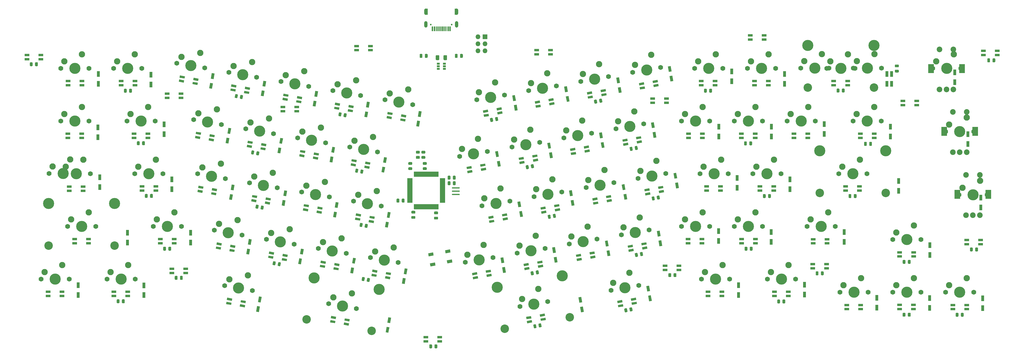
<source format=gbs>
G04 #@! TF.GenerationSoftware,KiCad,Pcbnew,(5.1.6)-1*
G04 #@! TF.CreationDate,2020-08-21T21:37:27+09:00*
G04 #@! TF.ProjectId,trifecta,74726966-6563-4746-912e-6b696361645f,rev?*
G04 #@! TF.SameCoordinates,Original*
G04 #@! TF.FileFunction,Soldermask,Bot*
G04 #@! TF.FilePolarity,Negative*
%FSLAX46Y46*%
G04 Gerber Fmt 4.6, Leading zero omitted, Abs format (unit mm)*
G04 Created by KiCad (PCBNEW (5.1.6)-1) date 2020-08-21 21:37:27*
%MOMM*%
%LPD*%
G01*
G04 APERTURE LIST*
%ADD10C,2.270000*%
%ADD11C,4.007800*%
%ADD12C,1.770000*%
%ADD13C,3.068000*%
%ADD14O,2.020000X2.020000*%
%ADD15C,2.020000*%
%ADD16R,2.020000X3.220000*%
%ADD17O,1.720000X1.720000*%
%ADD18R,1.720000X1.720000*%
%ADD19R,1.820000X0.840000*%
%ADD20R,0.720000X2.320000*%
%ADD21O,1.220000X2.320000*%
%ADD22C,0.620000*%
%ADD23R,0.570000X1.720000*%
%ADD24R,0.320000X1.720000*%
%ADD25C,0.100000*%
%ADD26R,1.020000X2.020000*%
%ADD27R,1.900000X0.900000*%
%ADD28R,0.900000X1.900000*%
%ADD29R,1.080000X0.670000*%
G04 APERTURE END LIST*
D10*
X12096250Y-4354746D03*
D11*
X9556250Y-9434746D03*
D10*
X5746250Y-6894746D03*
D12*
X4476250Y-9434746D03*
X14636250Y-9434746D03*
D10*
X154919279Y-34956110D03*
D11*
X153300000Y-40400000D03*
D10*
X149106816Y-38560188D03*
D12*
X148297177Y-41282133D03*
X158302823Y-39517867D03*
D10*
X242601250Y-42454746D03*
D11*
X240061250Y-47534746D03*
D10*
X236251250Y-44994746D03*
D12*
X234981250Y-47534746D03*
X245141250Y-47534746D03*
D10*
X297846250Y-23404746D03*
D11*
X295306250Y-28484746D03*
D10*
X291496250Y-25944746D03*
D12*
X290226250Y-28484746D03*
X300386250Y-28484746D03*
D10*
X297881920Y-4327640D03*
D11*
X295341920Y-9407640D03*
D10*
X291531920Y-6867640D03*
D12*
X290261920Y-9407640D03*
X300421920Y-9407640D03*
D10*
X278923360Y-4337800D03*
D11*
X276383360Y-9417800D03*
D10*
X272573360Y-6877800D03*
D12*
X271303360Y-9417800D03*
X281463360Y-9417800D03*
D10*
X335987000Y-50108600D03*
D11*
X333447000Y-55188600D03*
D10*
X329637000Y-52648600D03*
D12*
X328367000Y-55188600D03*
X338527000Y-55188600D03*
D10*
X331211800Y-27248600D03*
D11*
X328671800Y-32328600D03*
D10*
X324861800Y-29788600D03*
D12*
X323591800Y-32328600D03*
X333751800Y-32328600D03*
D10*
X326487400Y-4388600D03*
D11*
X323947400Y-9468600D03*
D10*
X320137400Y-6928600D03*
D12*
X318867400Y-9468600D03*
X329027400Y-9468600D03*
D10*
X213205400Y-63368868D03*
D11*
X211586121Y-68812758D03*
D10*
X207392937Y-66972946D03*
D12*
X206583298Y-69694891D03*
X216588944Y-67930625D03*
D10*
X194444813Y-66676866D03*
D11*
X192825534Y-72120756D03*
D10*
X188632350Y-70280944D03*
D12*
X187822711Y-73002889D03*
X197828357Y-71238623D03*
D10*
X175684225Y-69984864D03*
D11*
X174064946Y-75428754D03*
D10*
X169871762Y-73588942D03*
D12*
X169062123Y-76310887D03*
X179067769Y-74546621D03*
D10*
X156923637Y-73292861D03*
D11*
X155304358Y-78736751D03*
D10*
X151111174Y-76896939D03*
D12*
X150301535Y-79618884D03*
X160307181Y-77854618D03*
D10*
X219277696Y-42954282D03*
D11*
X217658417Y-48398172D03*
D10*
X213465233Y-46558360D03*
D12*
X212655594Y-49280305D03*
X222661240Y-47516039D03*
D10*
X200517109Y-46262279D03*
D11*
X198897830Y-51706169D03*
D10*
X194704646Y-49866357D03*
D12*
X193895007Y-52588302D03*
X203900653Y-50824036D03*
D10*
X181744279Y-49581110D03*
D11*
X180125000Y-55025000D03*
D10*
X175931816Y-53185188D03*
D12*
X175122177Y-55907133D03*
X185127823Y-54142867D03*
D10*
X162995933Y-52878275D03*
D11*
X161376654Y-58322165D03*
D10*
X157183470Y-56482353D03*
D12*
X156373831Y-59204298D03*
X166379477Y-57440032D03*
D10*
X211279552Y-25020693D03*
D11*
X209660273Y-30464583D03*
D10*
X205467089Y-28624771D03*
D12*
X204657450Y-31346716D03*
X214663096Y-29582450D03*
D10*
X192518964Y-28328691D03*
D11*
X190899685Y-33772581D03*
D10*
X186706501Y-31932769D03*
D12*
X185896862Y-34654714D03*
X195902508Y-32890448D03*
D10*
X173758376Y-31636689D03*
D11*
X172139097Y-37080579D03*
D10*
X167945913Y-35240767D03*
D12*
X167136274Y-37962712D03*
X177141920Y-36198446D03*
D10*
X217351848Y-4606107D03*
D11*
X215732569Y-10049997D03*
D10*
X211539385Y-8210185D03*
D12*
X210729746Y-10932130D03*
X220735392Y-9167864D03*
D10*
X198591260Y-7914104D03*
D11*
X196971981Y-13357994D03*
D10*
X192778797Y-11518182D03*
D12*
X191969158Y-14240127D03*
X201974804Y-12475861D03*
D10*
X179830672Y-11222102D03*
D11*
X178211393Y-16665992D03*
D10*
X174018209Y-14826180D03*
D12*
X173208570Y-17548125D03*
X183214216Y-15783859D03*
D10*
X161070085Y-14530100D03*
D11*
X159450806Y-19973990D03*
D10*
X155257622Y-18134178D03*
D12*
X154447983Y-20856123D03*
X164453629Y-19091857D03*
D10*
X124502098Y-74244247D03*
D11*
X121118554Y-78806004D03*
D10*
X117807503Y-75642993D03*
D12*
X116115731Y-77923871D03*
X126121377Y-79688137D03*
D10*
X105741510Y-70936249D03*
D11*
X102357966Y-75498006D03*
D10*
X99046915Y-72334995D03*
D12*
X97355143Y-74615873D03*
X107360789Y-76380139D03*
D10*
X86980923Y-67628251D03*
D11*
X83597379Y-72190008D03*
D10*
X80286328Y-69026997D03*
D12*
X78594556Y-71307875D03*
X88600202Y-73072141D03*
D10*
X68220335Y-64320253D03*
D11*
X64836791Y-68882010D03*
D10*
X61525740Y-65718999D03*
D12*
X59833968Y-67999877D03*
X69839614Y-69764143D03*
D10*
X118429802Y-53829660D03*
D11*
X115046258Y-58391417D03*
D10*
X111735207Y-55228406D03*
D12*
X110043435Y-57509284D03*
X120049081Y-59273550D03*
D10*
X99669214Y-50521662D03*
D11*
X96285670Y-55083419D03*
D10*
X92974619Y-51920408D03*
D12*
X91282847Y-54201286D03*
X101288493Y-55965552D03*
D10*
X80908627Y-47213665D03*
D11*
X77525083Y-51775422D03*
D10*
X74214032Y-48612411D03*
D12*
X72522260Y-50893289D03*
X82527906Y-52657555D03*
D10*
X62148039Y-43905667D03*
D11*
X58764495Y-48467424D03*
D10*
X55453444Y-45304413D03*
D12*
X53761672Y-47585291D03*
X63767318Y-49349557D03*
D10*
X117047653Y-34242073D03*
D11*
X113664109Y-38803830D03*
D10*
X110353058Y-35640819D03*
D12*
X108661286Y-37921697D03*
X118666932Y-39685963D03*
D10*
X98287065Y-30934075D03*
D11*
X94903521Y-35495832D03*
D10*
X91592470Y-32332821D03*
D12*
X89900698Y-34613699D03*
X99906344Y-36377965D03*
D10*
X79526478Y-27626077D03*
D11*
X76142934Y-32187834D03*
D10*
X72831883Y-29024823D03*
D12*
X71140111Y-31305701D03*
X81145757Y-33069967D03*
D10*
X60765890Y-24318080D03*
D11*
X57382346Y-28879837D03*
D10*
X54071295Y-25716826D03*
D12*
X52379523Y-27997704D03*
X62385169Y-29761970D03*
D10*
X129735945Y-17135484D03*
D11*
X126352401Y-21697241D03*
D10*
X123041350Y-18534230D03*
D12*
X121349578Y-20815108D03*
X131355224Y-22579374D03*
D10*
X110975357Y-13827486D03*
D11*
X107591813Y-18389243D03*
D10*
X104280762Y-15226232D03*
D12*
X102588990Y-17507110D03*
X112594636Y-19271376D03*
D10*
X92214769Y-10519489D03*
D11*
X88831225Y-15081246D03*
D10*
X85520174Y-11918235D03*
D12*
X83828402Y-14199113D03*
X93834048Y-15963379D03*
D10*
X73454182Y-7211491D03*
D11*
X70070638Y-11773248D03*
D10*
X66759587Y-8610237D03*
D12*
X65067815Y-10891115D03*
X75073461Y-12655381D03*
D10*
X54693594Y-3903493D03*
D11*
X51310050Y-8465250D03*
D10*
X47998999Y-5302239D03*
D12*
X46307227Y-7583117D03*
X56312873Y-9347383D03*
D10*
X331183750Y-85317246D03*
D11*
X328643750Y-90397246D03*
D10*
X324833750Y-87857246D03*
D12*
X323563750Y-90397246D03*
X333723750Y-90397246D03*
D10*
X312133750Y-85317246D03*
D11*
X309593750Y-90397246D03*
D10*
X305783750Y-87857246D03*
D12*
X304513750Y-90397246D03*
X314673750Y-90397246D03*
D10*
X293083750Y-85317246D03*
D11*
X290543750Y-90397246D03*
D10*
X286733750Y-87857246D03*
D12*
X285463750Y-90397246D03*
X295623750Y-90397246D03*
D10*
X312133750Y-66267246D03*
D11*
X309593750Y-71347246D03*
D10*
X305783750Y-68807246D03*
D12*
X304513750Y-71347246D03*
X314673750Y-71347246D03*
D10*
X254983750Y-61504746D03*
D11*
X252443750Y-66584746D03*
D10*
X248633750Y-64044746D03*
D12*
X247363750Y-66584746D03*
X257523750Y-66584746D03*
D10*
X235933750Y-61504746D03*
D11*
X233393750Y-66584746D03*
D10*
X229583750Y-64044746D03*
D12*
X228313750Y-66584746D03*
X238473750Y-66584746D03*
D10*
X45433750Y-61504746D03*
D11*
X42893750Y-66584746D03*
D10*
X39083750Y-64044746D03*
D12*
X37813750Y-66584746D03*
X47973750Y-66584746D03*
D10*
X261651250Y-42454746D03*
D11*
X259111250Y-47534746D03*
D10*
X255301250Y-44994746D03*
D12*
X254031250Y-47534746D03*
X264191250Y-47534746D03*
D10*
X38766250Y-42454746D03*
D11*
X36226250Y-47534746D03*
D10*
X32416250Y-44994746D03*
D12*
X31146250Y-47534746D03*
X41306250Y-47534746D03*
D10*
X274033750Y-23404746D03*
D11*
X271493750Y-28484746D03*
D10*
X267683750Y-25944746D03*
D12*
X266413750Y-28484746D03*
X276573750Y-28484746D03*
D10*
X254983750Y-23404746D03*
D11*
X252443750Y-28484746D03*
D10*
X248633750Y-25944746D03*
D12*
X247363750Y-28484746D03*
X257523750Y-28484746D03*
D10*
X235933750Y-23404746D03*
D11*
X233393750Y-28484746D03*
D10*
X229583750Y-25944746D03*
D12*
X228313750Y-28484746D03*
X238473750Y-28484746D03*
D10*
X35908750Y-23404746D03*
D11*
X33368750Y-28484746D03*
D10*
X29558750Y-25944746D03*
D12*
X28288750Y-28484746D03*
X38448750Y-28484746D03*
D10*
X259746250Y-4354746D03*
D11*
X257206250Y-9434746D03*
D10*
X253396250Y-6894746D03*
D12*
X252126250Y-9434746D03*
X262286250Y-9434746D03*
D10*
X240696250Y-4354746D03*
D11*
X238156250Y-9434746D03*
D10*
X234346250Y-6894746D03*
D12*
X233076250Y-9434746D03*
X243236250Y-9434746D03*
D10*
X31146250Y-4354746D03*
D11*
X28606250Y-9434746D03*
D10*
X24796250Y-6894746D03*
D12*
X23526250Y-9434746D03*
X33686250Y-9434746D03*
D10*
X176637532Y-89257950D03*
D11*
X175018253Y-94701840D03*
D10*
X170825069Y-92862028D03*
D12*
X170015430Y-95583973D03*
X180021076Y-93819707D03*
D13*
X164505818Y-103648221D03*
X187956553Y-99513224D03*
D11*
X161859420Y-88639751D03*
X185310155Y-84504753D03*
D14*
X330896200Y-62536200D03*
D15*
X333396200Y-62536200D03*
X335896200Y-62536200D03*
D16*
X327796200Y-55036200D03*
X338996200Y-55036200D03*
D15*
X330896200Y-48036200D03*
X335896200Y-48036200D03*
D14*
X326146490Y-39761210D03*
D15*
X328646490Y-39761210D03*
X331146490Y-39761210D03*
D16*
X323046490Y-32261210D03*
X334246490Y-32261210D03*
D15*
X326146490Y-25261210D03*
X331146490Y-25261210D03*
D14*
X321371290Y-17100000D03*
D15*
X323871290Y-17100000D03*
X326371290Y-17100000D03*
D16*
X318271290Y-9600000D03*
X329471290Y-9600000D03*
D15*
X321371290Y-2600000D03*
X326371290Y-2600000D03*
D17*
X154924760Y-3098800D03*
X157464760Y-3098800D03*
X154924760Y-558800D03*
X157464760Y-558800D03*
X154924760Y1981200D03*
D18*
X157464760Y1981200D03*
D19*
X136107800Y-106671680D03*
X141107800Y-108171680D03*
X136107800Y-108171680D03*
X141107800Y-106671680D03*
X49464600Y-83452400D03*
X44464600Y-81952400D03*
X49464600Y-81952400D03*
X44464600Y-83452400D03*
D20*
X136449000Y11015200D03*
X146849000Y11015200D03*
D21*
X136074000Y6415200D03*
X147224000Y6415200D03*
X136074000Y11015200D03*
X147224000Y11015200D03*
D22*
X137899000Y6335200D03*
X145399000Y6335200D03*
D23*
X138449000Y4835200D03*
X144849000Y4835200D03*
X139199000Y4835200D03*
D24*
X139899000Y4835200D03*
X140399000Y4835200D03*
X140899000Y4835200D03*
D23*
X144099000Y4835200D03*
D24*
X143399000Y4835200D03*
X142899000Y4835200D03*
X142399000Y4835200D03*
X141899000Y4835200D03*
X141399000Y4835200D03*
D25*
G36*
X145464005Y-78599813D02*
G01*
X145658491Y-79702798D01*
X143866141Y-80018837D01*
X143671655Y-78915852D01*
X145464005Y-78599813D01*
G37*
G36*
X138715699Y-76032643D02*
G01*
X138910185Y-77135628D01*
X137117835Y-77451667D01*
X136923349Y-76348682D01*
X138715699Y-76032643D01*
G37*
G36*
X144821507Y-74956024D02*
G01*
X145015993Y-76059009D01*
X143223643Y-76375048D01*
X143029157Y-75272063D01*
X144821507Y-74956024D01*
G37*
G36*
X139358197Y-79676432D02*
G01*
X139552683Y-80779417D01*
X137760333Y-81095456D01*
X137565847Y-79992471D01*
X139358197Y-79676432D01*
G37*
D10*
X288321250Y-4354746D03*
D11*
X285781250Y-9434746D03*
D10*
X281971250Y-6894746D03*
D12*
X280701250Y-9434746D03*
X290861250Y-9434746D03*
D13*
X273875000Y-16419746D03*
X297687500Y-16419746D03*
D11*
X273875000Y-1179746D03*
X297687500Y-1179746D03*
D19*
X313142000Y-22746400D03*
X308142000Y-21246400D03*
X313142000Y-21246400D03*
X308142000Y-22746400D03*
X258125600Y977200D03*
X253125600Y2477200D03*
X258125600Y2477200D03*
X253125600Y977200D03*
X222913580Y-21898040D03*
X217913580Y-20398040D03*
X222913580Y-20398040D03*
X217913580Y-21898040D03*
X181062000Y-4407600D03*
X176062000Y-2907600D03*
X181062000Y-2907600D03*
X176062000Y-4407600D03*
X116088800Y-2909000D03*
X111088800Y-1409000D03*
X116088800Y-1409000D03*
X111088800Y-2909000D03*
X89545800Y-24956200D03*
X84545800Y-23456200D03*
X89545800Y-23456200D03*
X84545800Y-24956200D03*
X47813600Y-20155600D03*
X42813600Y-18655600D03*
X47813600Y-18655600D03*
X42813600Y-20155600D03*
X-2783200Y-6185600D03*
X-7783200Y-4685600D03*
X-2783200Y-4685600D03*
X-7783200Y-6185600D03*
X227340800Y-82385600D03*
X222340800Y-80885600D03*
X227340800Y-80885600D03*
X222340800Y-82385600D03*
X275640160Y-80276000D03*
X280640160Y-81776000D03*
X275640160Y-81776000D03*
X280640160Y-80276000D03*
X336154400Y-73063800D03*
X331154400Y-71563800D03*
X336154400Y-71563800D03*
X331154400Y-73063800D03*
X342148800Y-4661600D03*
X337148800Y-3161600D03*
X342148800Y-3161600D03*
X337148800Y-4661600D03*
G36*
G01*
X-5723200Y-7514350D02*
X-5723200Y-8436850D01*
G75*
G02*
X-5971950Y-8685600I-248750J0D01*
G01*
X-6469450Y-8685600D01*
G75*
G02*
X-6718200Y-8436850I0J248750D01*
G01*
X-6718200Y-7514350D01*
G75*
G02*
X-6469450Y-7265600I248750J0D01*
G01*
X-5971950Y-7265600D01*
G75*
G02*
X-5723200Y-7514350I0J-248750D01*
G01*
G37*
G36*
G01*
X-3848200Y-7514350D02*
X-3848200Y-8436850D01*
G75*
G02*
X-4096950Y-8685600I-248750J0D01*
G01*
X-4594450Y-8685600D01*
G75*
G02*
X-4843200Y-8436850I0J248750D01*
G01*
X-4843200Y-7514350D01*
G75*
G02*
X-4594450Y-7265600I248750J0D01*
G01*
X-4096950Y-7265600D01*
G75*
G02*
X-3848200Y-7514350I0J-248750D01*
G01*
G37*
G36*
G01*
X46537300Y-84755750D02*
X46537300Y-85678250D01*
G75*
G02*
X46288550Y-85927000I-248750J0D01*
G01*
X45791050Y-85927000D01*
G75*
G02*
X45542300Y-85678250I0J248750D01*
G01*
X45542300Y-84755750D01*
G75*
G02*
X45791050Y-84507000I248750J0D01*
G01*
X46288550Y-84507000D01*
G75*
G02*
X46537300Y-84755750I0J-248750D01*
G01*
G37*
G36*
G01*
X48412300Y-84755750D02*
X48412300Y-85678250D01*
G75*
G02*
X48163550Y-85927000I-248750J0D01*
G01*
X47666050Y-85927000D01*
G75*
G02*
X47417300Y-85678250I0J248750D01*
G01*
X47417300Y-84755750D01*
G75*
G02*
X47666050Y-84507000I248750J0D01*
G01*
X48163550Y-84507000D01*
G75*
G02*
X48412300Y-84755750I0J-248750D01*
G01*
G37*
G36*
G01*
X139225600Y-110455950D02*
X139225600Y-109533450D01*
G75*
G02*
X139474350Y-109284700I248750J0D01*
G01*
X139971850Y-109284700D01*
G75*
G02*
X140220600Y-109533450I0J-248750D01*
G01*
X140220600Y-110455950D01*
G75*
G02*
X139971850Y-110704700I-248750J0D01*
G01*
X139474350Y-110704700D01*
G75*
G02*
X139225600Y-110455950I0J248750D01*
G01*
G37*
G36*
G01*
X137350600Y-110455950D02*
X137350600Y-109533450D01*
G75*
G02*
X137599350Y-109284700I248750J0D01*
G01*
X138096850Y-109284700D01*
G75*
G02*
X138345600Y-109533450I0J-248750D01*
G01*
X138345600Y-110455950D01*
G75*
G02*
X138096850Y-110704700I-248750J0D01*
G01*
X137599350Y-110704700D01*
G75*
G02*
X137350600Y-110455950I0J248750D01*
G01*
G37*
G36*
G01*
X224578600Y-83765150D02*
X224578600Y-84687650D01*
G75*
G02*
X224329850Y-84936400I-248750J0D01*
G01*
X223832350Y-84936400D01*
G75*
G02*
X223583600Y-84687650I0J248750D01*
G01*
X223583600Y-83765150D01*
G75*
G02*
X223832350Y-83516400I248750J0D01*
G01*
X224329850Y-83516400D01*
G75*
G02*
X224578600Y-83765150I0J-248750D01*
G01*
G37*
G36*
G01*
X226453600Y-83765150D02*
X226453600Y-84687650D01*
G75*
G02*
X226204850Y-84936400I-248750J0D01*
G01*
X225707350Y-84936400D01*
G75*
G02*
X225458600Y-84687650I0J248750D01*
G01*
X225458600Y-83765150D01*
G75*
G02*
X225707350Y-83516400I248750J0D01*
G01*
X226204850Y-83516400D01*
G75*
G02*
X226453600Y-83765150I0J-248750D01*
G01*
G37*
G36*
G01*
X278575080Y-84037410D02*
X278575080Y-83114910D01*
G75*
G02*
X278823830Y-82866160I248750J0D01*
G01*
X279321330Y-82866160D01*
G75*
G02*
X279570080Y-83114910I0J-248750D01*
G01*
X279570080Y-84037410D01*
G75*
G02*
X279321330Y-84286160I-248750J0D01*
G01*
X278823830Y-84286160D01*
G75*
G02*
X278575080Y-84037410I0J248750D01*
G01*
G37*
G36*
G01*
X276700080Y-84037410D02*
X276700080Y-83114910D01*
G75*
G02*
X276948830Y-82866160I248750J0D01*
G01*
X277446330Y-82866160D01*
G75*
G02*
X277695080Y-83114910I0J-248750D01*
G01*
X277695080Y-84037410D01*
G75*
G02*
X277446330Y-84286160I-248750J0D01*
G01*
X276948830Y-84286160D01*
G75*
G02*
X276700080Y-84037410I0J248750D01*
G01*
G37*
G36*
G01*
X333341400Y-74494150D02*
X333341400Y-75416650D01*
G75*
G02*
X333092650Y-75665400I-248750J0D01*
G01*
X332595150Y-75665400D01*
G75*
G02*
X332346400Y-75416650I0J248750D01*
G01*
X332346400Y-74494150D01*
G75*
G02*
X332595150Y-74245400I248750J0D01*
G01*
X333092650Y-74245400D01*
G75*
G02*
X333341400Y-74494150I0J-248750D01*
G01*
G37*
G36*
G01*
X335216400Y-74494150D02*
X335216400Y-75416650D01*
G75*
G02*
X334967650Y-75665400I-248750J0D01*
G01*
X334470150Y-75665400D01*
G75*
G02*
X334221400Y-75416650I0J248750D01*
G01*
X334221400Y-74494150D01*
G75*
G02*
X334470150Y-74245400I248750J0D01*
G01*
X334967650Y-74245400D01*
G75*
G02*
X335216400Y-74494150I0J-248750D01*
G01*
G37*
G36*
G01*
X339589800Y-6117350D02*
X339589800Y-7039850D01*
G75*
G02*
X339341050Y-7288600I-248750J0D01*
G01*
X338843550Y-7288600D01*
G75*
G02*
X338594800Y-7039850I0J248750D01*
G01*
X338594800Y-6117350D01*
G75*
G02*
X338843550Y-5868600I248750J0D01*
G01*
X339341050Y-5868600D01*
G75*
G02*
X339589800Y-6117350I0J-248750D01*
G01*
G37*
G36*
G01*
X341464800Y-6117350D02*
X341464800Y-7039850D01*
G75*
G02*
X341216050Y-7288600I-248750J0D01*
G01*
X340718550Y-7288600D01*
G75*
G02*
X340469800Y-7039850I0J248750D01*
G01*
X340469800Y-6117350D01*
G75*
G02*
X340718550Y-5868600I248750J0D01*
G01*
X341216050Y-5868600D01*
G75*
G02*
X341464800Y-6117350I0J-248750D01*
G01*
G37*
D26*
X248372240Y-49087980D03*
X248372240Y-52637980D03*
X336906480Y-92651520D03*
X336906480Y-96201520D03*
X317813300Y-92539760D03*
X317813300Y-96089760D03*
X298778540Y-92455940D03*
X298778540Y-96005940D03*
X272677500Y-87706140D03*
X272677500Y-91256140D03*
X248882780Y-87840760D03*
X248882780Y-91390760D03*
D25*
G36*
X216984031Y-90015881D02*
G01*
X215979527Y-90193002D01*
X215628757Y-88203691D01*
X216633261Y-88026570D01*
X216984031Y-90015881D01*
G37*
G36*
X217600483Y-93511949D02*
G01*
X216595979Y-93689070D01*
X216245209Y-91699759D01*
X217249713Y-91522638D01*
X217600483Y-93511949D01*
G37*
G36*
X192470491Y-94062101D02*
G01*
X191465987Y-94239222D01*
X191115217Y-92249911D01*
X192119721Y-92072790D01*
X192470491Y-94062101D01*
G37*
G36*
X193086943Y-97558169D02*
G01*
X192082439Y-97735290D01*
X191731669Y-95745979D01*
X192736173Y-95568858D01*
X193086943Y-97558169D01*
G37*
G36*
X123198593Y-101602682D02*
G01*
X122194089Y-101425561D01*
X122544859Y-99436250D01*
X123549363Y-99613371D01*
X123198593Y-101602682D01*
G37*
G36*
X122582141Y-105098750D02*
G01*
X121577637Y-104921629D01*
X121928407Y-102932318D01*
X122932911Y-103109439D01*
X122582141Y-105098750D01*
G37*
G36*
X76526093Y-94109682D02*
G01*
X75521589Y-93932561D01*
X75872359Y-91943250D01*
X76876863Y-92120371D01*
X76526093Y-94109682D01*
G37*
G36*
X75909641Y-97605750D02*
G01*
X74905137Y-97428629D01*
X75255907Y-95439318D01*
X76260411Y-95616439D01*
X75909641Y-97605750D01*
G37*
D26*
X34425500Y-87919500D03*
X34425500Y-91469500D03*
X10740000Y-87906800D03*
X10740000Y-91456800D03*
X336258690Y-56247050D03*
X336258690Y-59797050D03*
X317899660Y-73416100D03*
X317899660Y-76966100D03*
X286939600Y-68671380D03*
X286939600Y-72221380D03*
X260665840Y-68689160D03*
X260665840Y-72239160D03*
X241709820Y-68313240D03*
X241709820Y-71863240D03*
D25*
G36*
X220748311Y-70132761D02*
G01*
X219743807Y-70309882D01*
X219393037Y-68320571D01*
X220397541Y-68143450D01*
X220748311Y-70132761D01*
G37*
G36*
X221364763Y-73628829D02*
G01*
X220360259Y-73805950D01*
X220009489Y-71816639D01*
X221013993Y-71639518D01*
X221364763Y-73628829D01*
G37*
G36*
X202013271Y-73716701D02*
G01*
X201008767Y-73893822D01*
X200657997Y-71904511D01*
X201662501Y-71727390D01*
X202013271Y-73716701D01*
G37*
G36*
X202629723Y-77212769D02*
G01*
X201625219Y-77389890D01*
X201274449Y-75400579D01*
X202278953Y-75223458D01*
X202629723Y-77212769D01*
G37*
G36*
X183001371Y-76083981D02*
G01*
X181996867Y-76261102D01*
X181646097Y-74271791D01*
X182650601Y-74094670D01*
X183001371Y-76083981D01*
G37*
G36*
X183617823Y-79580049D02*
G01*
X182613319Y-79757170D01*
X182262549Y-77767859D01*
X183267053Y-77590738D01*
X183617823Y-79580049D01*
G37*
G36*
X164378091Y-79777141D02*
G01*
X163373587Y-79954262D01*
X163022817Y-77964951D01*
X164027321Y-77787830D01*
X164378091Y-79777141D01*
G37*
G36*
X164994543Y-83273209D02*
G01*
X163990039Y-83450330D01*
X163639269Y-81461019D01*
X164643773Y-81283898D01*
X164994543Y-83273209D01*
G37*
G36*
X129104093Y-83949682D02*
G01*
X128099589Y-83772561D01*
X128450359Y-81783250D01*
X129454863Y-81960371D01*
X129104093Y-83949682D01*
G37*
G36*
X128487641Y-87445750D02*
G01*
X127483137Y-87268629D01*
X127833907Y-85279318D01*
X128838411Y-85456439D01*
X128487641Y-87445750D01*
G37*
G36*
X110478273Y-80126982D02*
G01*
X109473769Y-79949861D01*
X109824539Y-77960550D01*
X110829043Y-78137671D01*
X110478273Y-80126982D01*
G37*
G36*
X109861821Y-83623050D02*
G01*
X108857317Y-83445929D01*
X109208087Y-81456618D01*
X110212591Y-81633739D01*
X109861821Y-83623050D01*
G37*
G36*
X91694973Y-76817362D02*
G01*
X90690469Y-76640241D01*
X91041239Y-74650930D01*
X92045743Y-74828051D01*
X91694973Y-76817362D01*
G37*
G36*
X91078521Y-80313430D02*
G01*
X90074017Y-80136309D01*
X90424787Y-78146998D01*
X91429291Y-78324119D01*
X91078521Y-80313430D01*
G37*
G36*
X72947233Y-73314702D02*
G01*
X71942729Y-73137581D01*
X72293499Y-71148270D01*
X73298003Y-71325391D01*
X72947233Y-73314702D01*
G37*
G36*
X72330781Y-76810770D02*
G01*
X71326277Y-76633649D01*
X71677047Y-74644338D01*
X72681551Y-74821459D01*
X72330781Y-76810770D01*
G37*
D26*
X51253000Y-68933000D03*
X51253000Y-72483000D03*
X28520000Y-68916546D03*
X28520000Y-72466546D03*
X331567400Y-33296800D03*
X331567400Y-36846800D03*
X306634760Y-50164940D03*
X306634760Y-53714940D03*
X267429860Y-49598520D03*
X267429860Y-53148520D03*
D25*
G36*
X226742711Y-49203161D02*
G01*
X225738207Y-49380282D01*
X225387437Y-47390971D01*
X226391941Y-47213850D01*
X226742711Y-49203161D01*
G37*
G36*
X227359163Y-52699229D02*
G01*
X226354659Y-52876350D01*
X226003889Y-50887039D01*
X227008393Y-50709918D01*
X227359163Y-52699229D01*
G37*
G36*
X208096571Y-53330661D02*
G01*
X207092067Y-53507782D01*
X206741297Y-51518471D01*
X207745801Y-51341350D01*
X208096571Y-53330661D01*
G37*
G36*
X208713023Y-56826729D02*
G01*
X207708519Y-57003850D01*
X207357749Y-55014539D01*
X208362253Y-54837418D01*
X208713023Y-56826729D01*
G37*
G36*
X189092291Y-55515061D02*
G01*
X188087787Y-55692182D01*
X187737017Y-53702871D01*
X188741521Y-53525750D01*
X189092291Y-55515061D01*
G37*
G36*
X189708743Y-59011129D02*
G01*
X188704239Y-59188250D01*
X188353469Y-57198939D01*
X189357973Y-57021818D01*
X189708743Y-59011129D01*
G37*
G36*
X170496951Y-59535881D02*
G01*
X169492447Y-59713002D01*
X169141677Y-57723691D01*
X170146181Y-57546570D01*
X170496951Y-59535881D01*
G37*
G36*
X171113403Y-63031949D02*
G01*
X170108899Y-63209070D01*
X169758129Y-61219759D01*
X170762633Y-61042638D01*
X171113403Y-63031949D01*
G37*
G36*
X123008093Y-63566182D02*
G01*
X122003589Y-63389061D01*
X122354359Y-61399750D01*
X123358863Y-61576871D01*
X123008093Y-63566182D01*
G37*
G36*
X122391641Y-67062250D02*
G01*
X121387137Y-66885129D01*
X121737907Y-64895818D01*
X122742411Y-65072939D01*
X122391641Y-67062250D01*
G37*
G36*
X104275593Y-59946682D02*
G01*
X103271089Y-59769561D01*
X103621859Y-57780250D01*
X104626363Y-57957371D01*
X104275593Y-59946682D01*
G37*
G36*
X103659141Y-63442750D02*
G01*
X102654637Y-63265629D01*
X103005407Y-61276318D01*
X104009911Y-61453439D01*
X103659141Y-63442750D01*
G37*
G36*
X85736133Y-55722662D02*
G01*
X84731629Y-55545541D01*
X85082399Y-53556230D01*
X86086903Y-53733351D01*
X85736133Y-55722662D01*
G37*
G36*
X85119681Y-59218730D02*
G01*
X84115177Y-59041609D01*
X84465947Y-57052298D01*
X85470451Y-57229419D01*
X85119681Y-59218730D01*
G37*
G36*
X66747093Y-53596682D02*
G01*
X65742589Y-53419561D01*
X66093359Y-51430250D01*
X67097863Y-51607371D01*
X66747093Y-53596682D01*
G37*
G36*
X66130641Y-57092750D02*
G01*
X65126137Y-56915629D01*
X65476907Y-54926318D01*
X66481411Y-55103439D01*
X66130641Y-57092750D01*
G37*
D26*
X44461040Y-49593440D03*
X44461040Y-53143440D03*
X18502240Y-48854300D03*
X18502240Y-52404300D03*
X326843000Y-10939720D03*
X326843000Y-14489720D03*
X303637560Y-30563760D03*
X303637560Y-34113760D03*
X279789500Y-29621420D03*
X279789500Y-33171420D03*
X260762360Y-30556140D03*
X260762360Y-34106140D03*
X241730140Y-30553600D03*
X241730140Y-34103600D03*
D25*
G36*
X218647731Y-30925321D02*
G01*
X217643227Y-31102442D01*
X217292457Y-29113131D01*
X218296961Y-28936010D01*
X218647731Y-30925321D01*
G37*
G36*
X219264183Y-34421389D02*
G01*
X218259679Y-34598510D01*
X217908909Y-32609199D01*
X218913413Y-32432078D01*
X219264183Y-34421389D01*
G37*
G36*
X199950791Y-34605781D02*
G01*
X198946287Y-34782902D01*
X198595517Y-32793591D01*
X199600021Y-32616470D01*
X199950791Y-34605781D01*
G37*
G36*
X200567243Y-38101849D02*
G01*
X199562739Y-38278970D01*
X199211969Y-36289659D01*
X200216473Y-36112538D01*
X200567243Y-38101849D01*
G37*
G36*
X181261471Y-38306561D02*
G01*
X180256967Y-38483682D01*
X179906197Y-36494371D01*
X180910701Y-36317250D01*
X181261471Y-38306561D01*
G37*
G36*
X181877923Y-41802629D02*
G01*
X180873419Y-41979750D01*
X180522649Y-39990439D01*
X181527153Y-39813318D01*
X181877923Y-41802629D01*
G37*
G36*
X162470551Y-41382501D02*
G01*
X161466047Y-41559622D01*
X161115277Y-39570311D01*
X162119781Y-39393190D01*
X162470551Y-41382501D01*
G37*
G36*
X163087003Y-44878569D02*
G01*
X162082499Y-45055690D01*
X161731729Y-43066379D01*
X162736233Y-42889258D01*
X163087003Y-44878569D01*
G37*
G36*
X121674593Y-43690682D02*
G01*
X120670089Y-43513561D01*
X121020859Y-41524250D01*
X122025363Y-41701371D01*
X121674593Y-43690682D01*
G37*
G36*
X121058141Y-47186750D02*
G01*
X120053637Y-47009629D01*
X120404407Y-45020318D01*
X121408911Y-45197439D01*
X121058141Y-47186750D01*
G37*
G36*
X103020833Y-39997522D02*
G01*
X102016329Y-39820401D01*
X102367099Y-37831090D01*
X103371603Y-38008211D01*
X103020833Y-39997522D01*
G37*
G36*
X102404381Y-43493590D02*
G01*
X101399877Y-43316469D01*
X101750647Y-41327158D01*
X102755151Y-41504279D01*
X102404381Y-43493590D01*
G37*
G36*
X84229913Y-36746322D02*
G01*
X83225409Y-36569201D01*
X83576179Y-34579890D01*
X84580683Y-34757011D01*
X84229913Y-36746322D01*
G37*
G36*
X83613461Y-40242390D02*
G01*
X82608957Y-40065269D01*
X82959727Y-38075958D01*
X83964231Y-38253079D01*
X83613461Y-40242390D01*
G37*
G36*
X65520273Y-33167462D02*
G01*
X64515769Y-32990341D01*
X64866539Y-31001030D01*
X65871043Y-31178151D01*
X65520273Y-33167462D01*
G37*
G36*
X64903821Y-36663530D02*
G01*
X63899317Y-36486409D01*
X64250087Y-34497098D01*
X65254591Y-34674219D01*
X64903821Y-36663530D01*
G37*
D26*
X41669580Y-29748420D03*
X41669580Y-33298420D03*
X17852000Y-30833000D03*
X17852000Y-34383000D03*
X304084600Y-11514220D03*
X304084600Y-15064220D03*
X302352320Y-11526460D03*
X302352320Y-15076460D03*
X265509620Y-11511220D03*
X265509620Y-15061220D03*
X246441840Y-10553640D03*
X246441840Y-14103640D03*
D25*
G36*
X224725951Y-10577381D02*
G01*
X223721447Y-10754502D01*
X223370677Y-8765191D01*
X224375181Y-8588070D01*
X224725951Y-10577381D01*
G37*
G36*
X225342403Y-14073449D02*
G01*
X224337899Y-14250570D01*
X223987129Y-12261259D01*
X224991633Y-12084138D01*
X225342403Y-14073449D01*
G37*
G36*
X206097591Y-14715041D02*
G01*
X205093087Y-14892162D01*
X204742317Y-12902851D01*
X205746821Y-12725730D01*
X206097591Y-14715041D01*
G37*
G36*
X206714043Y-18211109D02*
G01*
X205709539Y-18388230D01*
X205358769Y-16398919D01*
X206363273Y-16221798D01*
X206714043Y-18211109D01*
G37*
G36*
X187332071Y-17923061D02*
G01*
X186327567Y-18100182D01*
X185976797Y-16110871D01*
X186981301Y-15933750D01*
X187332071Y-17923061D01*
G37*
G36*
X187948523Y-21419129D02*
G01*
X186944019Y-21596250D01*
X186593249Y-19606939D01*
X187597753Y-19429818D01*
X187948523Y-21419129D01*
G37*
G36*
X168569091Y-21123461D02*
G01*
X167564587Y-21300582D01*
X167213817Y-19311271D01*
X168218321Y-19134150D01*
X168569091Y-21123461D01*
G37*
G36*
X169185543Y-24619529D02*
G01*
X168181039Y-24796650D01*
X167830269Y-22807339D01*
X168834773Y-22630218D01*
X169185543Y-24619529D01*
G37*
G36*
X134247593Y-27053682D02*
G01*
X133243089Y-26876561D01*
X133593859Y-24887250D01*
X134598363Y-25064371D01*
X134247593Y-27053682D01*
G37*
G36*
X133631141Y-30549750D02*
G01*
X132626637Y-30372629D01*
X132977407Y-28383318D01*
X133981911Y-28560439D01*
X133631141Y-30549750D01*
G37*
G36*
X115515093Y-23688182D02*
G01*
X114510589Y-23511061D01*
X114861359Y-21521750D01*
X115865863Y-21698871D01*
X115515093Y-23688182D01*
G37*
G36*
X114898641Y-27184250D02*
G01*
X113894137Y-27007129D01*
X114244907Y-25017818D01*
X115249411Y-25194939D01*
X114898641Y-27184250D01*
G37*
G36*
X96899433Y-19791822D02*
G01*
X95894929Y-19614701D01*
X96245699Y-17625390D01*
X97250203Y-17802511D01*
X96899433Y-19791822D01*
G37*
G36*
X96282981Y-23287890D02*
G01*
X95278477Y-23110769D01*
X95629247Y-21121458D01*
X96633751Y-21298579D01*
X96282981Y-23287890D01*
G37*
G36*
X78192333Y-16088502D02*
G01*
X77187829Y-15911381D01*
X77538599Y-13922070D01*
X78543103Y-14099191D01*
X78192333Y-16088502D01*
G37*
G36*
X77575881Y-19584570D02*
G01*
X76571377Y-19407449D01*
X76922147Y-17418138D01*
X77926651Y-17595259D01*
X77575881Y-19584570D01*
G37*
G36*
X59574133Y-13363082D02*
G01*
X58569629Y-13185961D01*
X58920399Y-11196650D01*
X59924903Y-11373771D01*
X59574133Y-13363082D01*
G37*
G36*
X58957681Y-16859150D02*
G01*
X57953177Y-16682029D01*
X58303947Y-14692718D01*
X59308451Y-14869839D01*
X58957681Y-16859150D01*
G37*
D26*
X36940100Y-11765220D03*
X36940100Y-15315220D03*
X17994240Y-11521380D03*
X17994240Y-15071380D03*
D10*
X243077500Y-80554746D03*
D11*
X240537500Y-85634746D03*
D10*
X236727500Y-83094746D03*
D12*
X235457500Y-85634746D03*
X245617500Y-85634746D03*
D27*
X130318200Y-49613600D03*
X130318200Y-50413600D03*
X130318200Y-51213600D03*
X130318200Y-52013600D03*
X130318200Y-52813600D03*
X130318200Y-53613600D03*
X130318200Y-54413600D03*
X130318200Y-55213600D03*
X130318200Y-56013600D03*
X130318200Y-56813600D03*
X130318200Y-57613600D03*
D28*
X132218200Y-59513600D03*
X133018200Y-59513600D03*
X133818200Y-59513600D03*
X134618200Y-59513600D03*
X135418200Y-59513600D03*
X136218200Y-59513600D03*
X137018200Y-59513600D03*
X137818200Y-59513600D03*
X138618200Y-59513600D03*
X139418200Y-59513600D03*
X140218200Y-59513600D03*
D27*
X142118200Y-57613600D03*
X142118200Y-56813600D03*
X142118200Y-56013600D03*
X142118200Y-55213600D03*
X142118200Y-54413600D03*
X142118200Y-53613600D03*
X142118200Y-52813600D03*
X142118200Y-52013600D03*
X142118200Y-51213600D03*
X142118200Y-50413600D03*
X142118200Y-49613600D03*
D28*
X140218200Y-47713600D03*
X139418200Y-47713600D03*
X138618200Y-47713600D03*
X137818200Y-47713600D03*
X137018200Y-47713600D03*
X136218200Y-47713600D03*
X135418200Y-47713600D03*
X134618200Y-47713600D03*
X133818200Y-47713600D03*
X133018200Y-47713600D03*
X132218200Y-47713600D03*
D10*
X7796250Y-42451250D03*
D11*
X5256250Y-47531250D03*
D10*
X1446250Y-44991250D03*
D12*
X176250Y-47531250D03*
X10336250Y-47531250D03*
G36*
G01*
X286135000Y-17956250D02*
X286135000Y-17033750D01*
G75*
G02*
X286383750Y-16785000I248750J0D01*
G01*
X286881250Y-16785000D01*
G75*
G02*
X287130000Y-17033750I0J-248750D01*
G01*
X287130000Y-17956250D01*
G75*
G02*
X286881250Y-18205000I-248750J0D01*
G01*
X286383750Y-18205000D01*
G75*
G02*
X286135000Y-17956250I0J248750D01*
G01*
G37*
G36*
G01*
X284260000Y-17956250D02*
X284260000Y-17033750D01*
G75*
G02*
X284508750Y-16785000I248750J0D01*
G01*
X285006250Y-16785000D01*
G75*
G02*
X285255000Y-17033750I0J-248750D01*
G01*
X285255000Y-17956250D01*
G75*
G02*
X285006250Y-18205000I-248750J0D01*
G01*
X284508750Y-18205000D01*
G75*
G02*
X284260000Y-17956250I0J248750D01*
G01*
G37*
G36*
G01*
X306410210Y-9081940D02*
X305487710Y-9081940D01*
G75*
G02*
X305238960Y-8833190I0J248750D01*
G01*
X305238960Y-8335690D01*
G75*
G02*
X305487710Y-8086940I248750J0D01*
G01*
X306410210Y-8086940D01*
G75*
G02*
X306658960Y-8335690I0J-248750D01*
G01*
X306658960Y-8833190D01*
G75*
G02*
X306410210Y-9081940I-248750J0D01*
G01*
G37*
G36*
G01*
X306410210Y-10956940D02*
X305487710Y-10956940D01*
G75*
G02*
X305238960Y-10708190I0J248750D01*
G01*
X305238960Y-10210690D01*
G75*
G02*
X305487710Y-9961940I248750J0D01*
G01*
X306410210Y-9961940D01*
G75*
G02*
X306658960Y-10210690I0J-248750D01*
G01*
X306658960Y-10708190D01*
G75*
G02*
X306410210Y-10956940I-248750J0D01*
G01*
G37*
G36*
G01*
X148214400Y-55293040D02*
X145604400Y-55293040D01*
G75*
G02*
X145499400Y-55188040I0J105000D01*
G01*
X145499400Y-54978040D01*
G75*
G02*
X145604400Y-54873040I105000J0D01*
G01*
X148214400Y-54873040D01*
G75*
G02*
X148319400Y-54978040I0J-105000D01*
G01*
X148319400Y-55188040D01*
G75*
G02*
X148214400Y-55293040I-105000J0D01*
G01*
G37*
G36*
G01*
X148214400Y-54093040D02*
X145604400Y-54093040D01*
G75*
G02*
X145499400Y-53988040I0J105000D01*
G01*
X145499400Y-53778040D01*
G75*
G02*
X145604400Y-53673040I105000J0D01*
G01*
X148214400Y-53673040D01*
G75*
G02*
X148319400Y-53778040I0J-105000D01*
G01*
X148319400Y-53988040D01*
G75*
G02*
X148214400Y-54093040I-105000J0D01*
G01*
G37*
G36*
G01*
X148214400Y-52893040D02*
X145604400Y-52893040D01*
G75*
G02*
X145499400Y-52788040I0J105000D01*
G01*
X145499400Y-52578040D01*
G75*
G02*
X145604400Y-52473040I105000J0D01*
G01*
X148214400Y-52473040D01*
G75*
G02*
X148319400Y-52578040I0J-105000D01*
G01*
X148319400Y-52788040D01*
G75*
G02*
X148214400Y-52893040I-105000J0D01*
G01*
G37*
D10*
X292607500Y-42454746D03*
D11*
X290067500Y-47534746D03*
D10*
X286257500Y-44994746D03*
D12*
X284987500Y-47534746D03*
X295147500Y-47534746D03*
D13*
X278161250Y-54519746D03*
X301973750Y-54519746D03*
D11*
X278161250Y-39279746D03*
X301973750Y-39279746D03*
D19*
X326148940Y-95040500D03*
X326148940Y-96540500D03*
X331148940Y-96540500D03*
X331148940Y-95040500D03*
X306977020Y-95022720D03*
X306977020Y-96522720D03*
X311977020Y-96522720D03*
X311977020Y-95022720D03*
X292937180Y-96545580D03*
X292937180Y-95045580D03*
X287937180Y-95045580D03*
X287937180Y-96545580D03*
X261792960Y-90270380D03*
X261792960Y-91770380D03*
X266792960Y-91770380D03*
X266792960Y-90270380D03*
X242856000Y-91752600D03*
X242856000Y-90252600D03*
X237856000Y-90252600D03*
X237856000Y-91752600D03*
D25*
G36*
X206915727Y-93243056D02*
G01*
X207061591Y-94070294D01*
X205269241Y-94386334D01*
X205123377Y-93559096D01*
X206915727Y-93243056D01*
G37*
G36*
X207176200Y-94720267D02*
G01*
X207322064Y-95547505D01*
X205529714Y-95863545D01*
X205383850Y-95036307D01*
X207176200Y-94720267D01*
G37*
G36*
X212100239Y-93852026D02*
G01*
X212246103Y-94679264D01*
X210453753Y-94995304D01*
X210307889Y-94168066D01*
X212100239Y-93852026D01*
G37*
G36*
X211839766Y-92374815D02*
G01*
X211985630Y-93202053D01*
X210193280Y-93518093D01*
X210047416Y-92690855D01*
X211839766Y-92374815D01*
G37*
G36*
X174055747Y-99031716D02*
G01*
X174201611Y-99858954D01*
X172409261Y-100174994D01*
X172263397Y-99347756D01*
X174055747Y-99031716D01*
G37*
G36*
X174316220Y-100508927D02*
G01*
X174462084Y-101336165D01*
X172669734Y-101652205D01*
X172523870Y-100824967D01*
X174316220Y-100508927D01*
G37*
G36*
X179240259Y-99640686D02*
G01*
X179386123Y-100467924D01*
X177593773Y-100783964D01*
X177447909Y-99956726D01*
X179240259Y-99640686D01*
G37*
G36*
X178979786Y-98163475D02*
G01*
X179125650Y-98990713D01*
X177333300Y-99306753D01*
X177187436Y-98479515D01*
X178979786Y-98163475D01*
G37*
G36*
X106463676Y-102171825D02*
G01*
X106609540Y-101344587D01*
X108401890Y-101660627D01*
X108256026Y-102487865D01*
X106463676Y-102171825D01*
G37*
G36*
X106724149Y-100694614D02*
G01*
X106870013Y-99867376D01*
X108662363Y-100183416D01*
X108516499Y-101010654D01*
X106724149Y-100694614D01*
G37*
G36*
X101800110Y-99826373D02*
G01*
X101945974Y-98999135D01*
X103738324Y-99315175D01*
X103592460Y-100142413D01*
X101800110Y-99826373D01*
G37*
G36*
X101539637Y-101303584D02*
G01*
X101685501Y-100476346D01*
X103477851Y-100792386D01*
X103331987Y-101619624D01*
X101539637Y-101303584D01*
G37*
G36*
X64074637Y-94699584D02*
G01*
X64220501Y-93872346D01*
X66012851Y-94188386D01*
X65866987Y-95015624D01*
X64074637Y-94699584D01*
G37*
G36*
X64335110Y-93222373D02*
G01*
X64480974Y-92395135D01*
X66273324Y-92711175D01*
X66127460Y-93538413D01*
X64335110Y-93222373D01*
G37*
G36*
X69259149Y-94090614D02*
G01*
X69405013Y-93263376D01*
X71197363Y-93579416D01*
X71051499Y-94406654D01*
X69259149Y-94090614D01*
G37*
G36*
X68998676Y-95567825D02*
G01*
X69144540Y-94740587D01*
X70936890Y-95056627D01*
X70791026Y-95883865D01*
X68998676Y-95567825D01*
G37*
D19*
X23543500Y-90278000D03*
X23543500Y-91778000D03*
X28543500Y-91778000D03*
X28543500Y-90278000D03*
X4858000Y-91778000D03*
X4858000Y-90278000D03*
X-142000Y-90278000D03*
X-142000Y-91778000D03*
X306997340Y-75995580D03*
X306997340Y-77495580D03*
X311997340Y-77495580D03*
X311997340Y-75995580D03*
X280762960Y-72748320D03*
X280762960Y-71248320D03*
X275762960Y-71248320D03*
X275762960Y-72748320D03*
X249981960Y-71212760D03*
X249981960Y-72712760D03*
X254981960Y-72712760D03*
X254981960Y-71212760D03*
X235632240Y-72717840D03*
X235632240Y-71217840D03*
X230632240Y-71217840D03*
X230632240Y-72717840D03*
D25*
G36*
X210667307Y-73222776D02*
G01*
X210813171Y-74050014D01*
X209020821Y-74366054D01*
X208874957Y-73538816D01*
X210667307Y-73222776D01*
G37*
G36*
X210927780Y-74699987D02*
G01*
X211073644Y-75527225D01*
X209281294Y-75843265D01*
X209135430Y-75016027D01*
X210927780Y-74699987D01*
G37*
G36*
X215851819Y-73831746D02*
G01*
X215997683Y-74658984D01*
X214205333Y-74975024D01*
X214059469Y-74147786D01*
X215851819Y-73831746D01*
G37*
G36*
X215591346Y-72354535D02*
G01*
X215737210Y-73181773D01*
X213944860Y-73497813D01*
X213798996Y-72670575D01*
X215591346Y-72354535D01*
G37*
G36*
X195531253Y-78282104D02*
G01*
X195385389Y-77454866D01*
X197177739Y-77138826D01*
X197323603Y-77966064D01*
X195531253Y-78282104D01*
G37*
G36*
X195270780Y-76804893D02*
G01*
X195124916Y-75977655D01*
X196917266Y-75661615D01*
X197063130Y-76488853D01*
X195270780Y-76804893D01*
G37*
G36*
X190346741Y-77673134D02*
G01*
X190200877Y-76845896D01*
X191993227Y-76529856D01*
X192139091Y-77357094D01*
X190346741Y-77673134D01*
G37*
G36*
X190607214Y-79150345D02*
G01*
X190461350Y-78323107D01*
X192253700Y-78007067D01*
X192399564Y-78834305D01*
X190607214Y-79150345D01*
G37*
G36*
X173131187Y-79836936D02*
G01*
X173277051Y-80664174D01*
X171484701Y-80980214D01*
X171338837Y-80152976D01*
X173131187Y-79836936D01*
G37*
G36*
X173391660Y-81314147D02*
G01*
X173537524Y-82141385D01*
X171745174Y-82457425D01*
X171599310Y-81630187D01*
X173391660Y-81314147D01*
G37*
G36*
X178315699Y-80445906D02*
G01*
X178461563Y-81273144D01*
X176669213Y-81589184D01*
X176523349Y-80761946D01*
X178315699Y-80445906D01*
G37*
G36*
X178055226Y-78968695D02*
G01*
X178201090Y-79795933D01*
X176408740Y-80111973D01*
X176262876Y-79284735D01*
X178055226Y-78968695D01*
G37*
G36*
X158071333Y-84888644D02*
G01*
X157925469Y-84061406D01*
X159717819Y-83745366D01*
X159863683Y-84572604D01*
X158071333Y-84888644D01*
G37*
G36*
X157810860Y-83411433D02*
G01*
X157664996Y-82584195D01*
X159457346Y-82268155D01*
X159603210Y-83095393D01*
X157810860Y-83411433D01*
G37*
G36*
X152886821Y-84279674D02*
G01*
X152740957Y-83452436D01*
X154533307Y-83136396D01*
X154679171Y-83963634D01*
X152886821Y-84279674D01*
G37*
G36*
X153147294Y-85756885D02*
G01*
X153001430Y-84929647D01*
X154793780Y-84613607D01*
X154939644Y-85440845D01*
X153147294Y-85756885D01*
G37*
G36*
X118660824Y-82551175D02*
G01*
X118514960Y-83378413D01*
X116722610Y-83062373D01*
X116868474Y-82235135D01*
X118660824Y-82551175D01*
G37*
G36*
X118400351Y-84028386D02*
G01*
X118254487Y-84855624D01*
X116462137Y-84539584D01*
X116608001Y-83712346D01*
X118400351Y-84028386D01*
G37*
G36*
X123324390Y-84896627D02*
G01*
X123178526Y-85723865D01*
X121386176Y-85407825D01*
X121532040Y-84580587D01*
X123324390Y-84896627D01*
G37*
G36*
X123584863Y-83419416D02*
G01*
X123438999Y-84246654D01*
X121646649Y-83930614D01*
X121792513Y-83103376D01*
X123584863Y-83419416D01*
G37*
G36*
X102780676Y-82169325D02*
G01*
X102926540Y-81342087D01*
X104718890Y-81658127D01*
X104573026Y-82485365D01*
X102780676Y-82169325D01*
G37*
G36*
X103041149Y-80692114D02*
G01*
X103187013Y-79864876D01*
X104979363Y-80180916D01*
X104833499Y-81008154D01*
X103041149Y-80692114D01*
G37*
G36*
X98117110Y-79823873D02*
G01*
X98262974Y-78996635D01*
X100055324Y-79312675D01*
X99909460Y-80139913D01*
X98117110Y-79823873D01*
G37*
G36*
X97856637Y-81301084D02*
G01*
X98002501Y-80473846D01*
X99794851Y-80789886D01*
X99648987Y-81617124D01*
X97856637Y-81301084D01*
G37*
G36*
X81386324Y-76010675D02*
G01*
X81240460Y-76837913D01*
X79448110Y-76521873D01*
X79593974Y-75694635D01*
X81386324Y-76010675D01*
G37*
G36*
X81125851Y-77487886D02*
G01*
X80979987Y-78315124D01*
X79187637Y-77999084D01*
X79333501Y-77171846D01*
X81125851Y-77487886D01*
G37*
G36*
X86049890Y-78356127D02*
G01*
X85904026Y-79183365D01*
X84111676Y-78867325D01*
X84257540Y-78040087D01*
X86049890Y-78356127D01*
G37*
G36*
X86310363Y-76878916D02*
G01*
X86164499Y-77706154D01*
X84372149Y-77390114D01*
X84518013Y-76562876D01*
X86310363Y-76878916D01*
G37*
G36*
X65252176Y-75565325D02*
G01*
X65398040Y-74738087D01*
X67190390Y-75054127D01*
X67044526Y-75881365D01*
X65252176Y-75565325D01*
G37*
G36*
X65512649Y-74088114D02*
G01*
X65658513Y-73260876D01*
X67450863Y-73576916D01*
X67304999Y-74404154D01*
X65512649Y-74088114D01*
G37*
G36*
X60588610Y-73219873D02*
G01*
X60734474Y-72392635D01*
X62526824Y-72708675D01*
X62380960Y-73535913D01*
X60588610Y-73219873D01*
G37*
G36*
X60328137Y-74697084D02*
G01*
X60474001Y-73869846D01*
X62266351Y-74185886D01*
X62120487Y-75013124D01*
X60328137Y-74697084D01*
G37*
D19*
X40371000Y-71228000D03*
X40371000Y-72728000D03*
X45371000Y-72728000D03*
X45371000Y-71228000D03*
X14446500Y-72728000D03*
X14446500Y-71228000D03*
X9446500Y-71228000D03*
X9446500Y-72728000D03*
X287510460Y-52160220D03*
X287510460Y-53660220D03*
X292510460Y-53660220D03*
X292510460Y-52160220D03*
X256573260Y-52178000D03*
X256573260Y-53678000D03*
X261573260Y-53678000D03*
X261573260Y-52178000D03*
X242342920Y-53650060D03*
X242342920Y-52150060D03*
X237342920Y-52150060D03*
X237342920Y-53650060D03*
D25*
G36*
X216687107Y-52811336D02*
G01*
X216832971Y-53638574D01*
X215040621Y-53954614D01*
X214894757Y-53127376D01*
X216687107Y-52811336D01*
G37*
G36*
X216947580Y-54288547D02*
G01*
X217093444Y-55115785D01*
X215301094Y-55431825D01*
X215155230Y-54604587D01*
X216947580Y-54288547D01*
G37*
G36*
X221871619Y-53420306D02*
G01*
X222017483Y-54247544D01*
X220225133Y-54563584D01*
X220079269Y-53736346D01*
X221871619Y-53420306D01*
G37*
G36*
X221611146Y-51943095D02*
G01*
X221757010Y-52770333D01*
X219964660Y-53086373D01*
X219818796Y-52259135D01*
X221611146Y-51943095D01*
G37*
G36*
X201444373Y-57896064D02*
G01*
X201298509Y-57068826D01*
X203090859Y-56752786D01*
X203236723Y-57580024D01*
X201444373Y-57896064D01*
G37*
G36*
X201183900Y-56418853D02*
G01*
X201038036Y-55591615D01*
X202830386Y-55275575D01*
X202976250Y-56102813D01*
X201183900Y-56418853D01*
G37*
G36*
X196259861Y-57287094D02*
G01*
X196113997Y-56459856D01*
X197906347Y-56143816D01*
X198052211Y-56971054D01*
X196259861Y-57287094D01*
G37*
G36*
X196520334Y-58764305D02*
G01*
X196374470Y-57937067D01*
X198166820Y-57621027D01*
X198312684Y-58448265D01*
X196520334Y-58764305D01*
G37*
G36*
X179227187Y-59425496D02*
G01*
X179373051Y-60252734D01*
X177580701Y-60568774D01*
X177434837Y-59741536D01*
X179227187Y-59425496D01*
G37*
G36*
X179487660Y-60902707D02*
G01*
X179633524Y-61729945D01*
X177841174Y-62045985D01*
X177695310Y-61218747D01*
X179487660Y-60902707D01*
G37*
G36*
X184411699Y-60034466D02*
G01*
X184557563Y-60861704D01*
X182765213Y-61177744D01*
X182619349Y-60350506D01*
X184411699Y-60034466D01*
G37*
G36*
X184151226Y-58557255D02*
G01*
X184297090Y-59384493D01*
X182504740Y-59700533D01*
X182358876Y-58873295D01*
X184151226Y-58557255D01*
G37*
G36*
X163931113Y-64489904D02*
G01*
X163785249Y-63662666D01*
X165577599Y-63346626D01*
X165723463Y-64173864D01*
X163931113Y-64489904D01*
G37*
G36*
X163670640Y-63012693D02*
G01*
X163524776Y-62185455D01*
X165317126Y-61869415D01*
X165462990Y-62696653D01*
X163670640Y-63012693D01*
G37*
G36*
X158746601Y-63880934D02*
G01*
X158600737Y-63053696D01*
X160393087Y-62737656D01*
X160538951Y-63564894D01*
X158746601Y-63880934D01*
G37*
G36*
X159007074Y-65358145D02*
G01*
X158861210Y-64530907D01*
X160653560Y-64214867D01*
X160799424Y-65042105D01*
X159007074Y-65358145D01*
G37*
G36*
X112755324Y-62231175D02*
G01*
X112609460Y-63058413D01*
X110817110Y-62742373D01*
X110962974Y-61915135D01*
X112755324Y-62231175D01*
G37*
G36*
X112494851Y-63708386D02*
G01*
X112348987Y-64535624D01*
X110556637Y-64219584D01*
X110702501Y-63392346D01*
X112494851Y-63708386D01*
G37*
G36*
X117418890Y-64576627D02*
G01*
X117273026Y-65403865D01*
X115480676Y-65087825D01*
X115626540Y-64260587D01*
X117418890Y-64576627D01*
G37*
G36*
X117679363Y-63099416D02*
G01*
X117533499Y-63926654D01*
X115741149Y-63610614D01*
X115887013Y-62783376D01*
X117679363Y-63099416D01*
G37*
G36*
X96684676Y-61722325D02*
G01*
X96830540Y-60895087D01*
X98622890Y-61211127D01*
X98477026Y-62038365D01*
X96684676Y-61722325D01*
G37*
G36*
X96945149Y-60245114D02*
G01*
X97091013Y-59417876D01*
X98883363Y-59733916D01*
X98737499Y-60561154D01*
X96945149Y-60245114D01*
G37*
G36*
X92021110Y-59376873D02*
G01*
X92166974Y-58549635D01*
X93959324Y-58865675D01*
X93813460Y-59692913D01*
X92021110Y-59376873D01*
G37*
G36*
X91760637Y-60854084D02*
G01*
X91906501Y-60026846D01*
X93698851Y-60342886D01*
X93552987Y-61170124D01*
X91760637Y-60854084D01*
G37*
G36*
X75290324Y-55563675D02*
G01*
X75144460Y-56390913D01*
X73352110Y-56074873D01*
X73497974Y-55247635D01*
X75290324Y-55563675D01*
G37*
G36*
X75029851Y-57040886D02*
G01*
X74883987Y-57868124D01*
X73091637Y-57552084D01*
X73237501Y-56724846D01*
X75029851Y-57040886D01*
G37*
G36*
X79953890Y-57909127D02*
G01*
X79808026Y-58736365D01*
X78015676Y-58420325D01*
X78161540Y-57593087D01*
X79953890Y-57909127D01*
G37*
G36*
X80214363Y-56431916D02*
G01*
X80068499Y-57259154D01*
X78276149Y-56943114D01*
X78422013Y-56115876D01*
X80214363Y-56431916D01*
G37*
G36*
X58648176Y-55054825D02*
G01*
X58794040Y-54227587D01*
X60586390Y-54543627D01*
X60440526Y-55370865D01*
X58648176Y-55054825D01*
G37*
G36*
X58908649Y-53577614D02*
G01*
X59054513Y-52750376D01*
X60846863Y-53066416D01*
X60700999Y-53893654D01*
X58908649Y-53577614D01*
G37*
G36*
X53984610Y-52709373D02*
G01*
X54130474Y-51882135D01*
X55922824Y-52198175D01*
X55776960Y-53025413D01*
X53984610Y-52709373D01*
G37*
G36*
X53724137Y-54186584D02*
G01*
X53870001Y-53359346D01*
X55662351Y-53675386D01*
X55516487Y-54502624D01*
X53724137Y-54186584D01*
G37*
D19*
X33703500Y-52178000D03*
X33703500Y-53678000D03*
X38703500Y-53678000D03*
X38703500Y-52178000D03*
X12478000Y-53741500D03*
X12478000Y-52241500D03*
X7478000Y-52241500D03*
X7478000Y-53741500D03*
X292816520Y-33128000D03*
X292816520Y-34628000D03*
X297816520Y-34628000D03*
X297816520Y-33128000D03*
X273887180Y-34615300D03*
X273887180Y-33115300D03*
X268887180Y-33115300D03*
X268887180Y-34615300D03*
X249854960Y-33105140D03*
X249854960Y-34605140D03*
X254854960Y-34605140D03*
X254854960Y-33105140D03*
X235822740Y-34610220D03*
X235822740Y-33110220D03*
X230822740Y-33110220D03*
X230822740Y-34610220D03*
D25*
G36*
X208749607Y-34858616D02*
G01*
X208895471Y-35685854D01*
X207103121Y-36001894D01*
X206957257Y-35174656D01*
X208749607Y-34858616D01*
G37*
G36*
X209010080Y-36335827D02*
G01*
X209155944Y-37163065D01*
X207363594Y-37479105D01*
X207217730Y-36651867D01*
X209010080Y-36335827D01*
G37*
G36*
X213934119Y-35467586D02*
G01*
X214079983Y-36294824D01*
X212287633Y-36610864D01*
X212141769Y-35783626D01*
X213934119Y-35467586D01*
G37*
G36*
X213673646Y-33990375D02*
G01*
X213819510Y-34817613D01*
X212027160Y-35133653D01*
X211881296Y-34306415D01*
X213673646Y-33990375D01*
G37*
G36*
X193445913Y-39953504D02*
G01*
X193300049Y-39126266D01*
X195092399Y-38810226D01*
X195238263Y-39637464D01*
X193445913Y-39953504D01*
G37*
G36*
X193185440Y-38476293D02*
G01*
X193039576Y-37649055D01*
X194831926Y-37333015D01*
X194977790Y-38160253D01*
X193185440Y-38476293D01*
G37*
G36*
X188261401Y-39344534D02*
G01*
X188115537Y-38517296D01*
X189907887Y-38201256D01*
X190053751Y-39028494D01*
X188261401Y-39344534D01*
G37*
G36*
X188521874Y-40821745D02*
G01*
X188376010Y-39994507D01*
X190168360Y-39678467D01*
X190314224Y-40505705D01*
X188521874Y-40821745D01*
G37*
G36*
X171325247Y-41472776D02*
G01*
X171471111Y-42300014D01*
X169678761Y-42616054D01*
X169532897Y-41788816D01*
X171325247Y-41472776D01*
G37*
G36*
X171585720Y-42949987D02*
G01*
X171731584Y-43777225D01*
X169939234Y-44093265D01*
X169793370Y-43266027D01*
X171585720Y-42949987D01*
G37*
G36*
X176509759Y-42081746D02*
G01*
X176655623Y-42908984D01*
X174863273Y-43225024D01*
X174717409Y-42397786D01*
X176509759Y-42081746D01*
G37*
G36*
X176249286Y-40604535D02*
G01*
X176395150Y-41431773D01*
X174602800Y-41747813D01*
X174456936Y-40920575D01*
X176249286Y-40604535D01*
G37*
G36*
X156090133Y-46529564D02*
G01*
X155944269Y-45702326D01*
X157736619Y-45386286D01*
X157882483Y-46213524D01*
X156090133Y-46529564D01*
G37*
G36*
X155829660Y-45052353D02*
G01*
X155683796Y-44225115D01*
X157476146Y-43909075D01*
X157622010Y-44736313D01*
X155829660Y-45052353D01*
G37*
G36*
X150905621Y-45920594D02*
G01*
X150759757Y-45093356D01*
X152552107Y-44777316D01*
X152697971Y-45604554D01*
X150905621Y-45920594D01*
G37*
G36*
X151166094Y-47397805D02*
G01*
X151020230Y-46570567D01*
X152812580Y-46254527D01*
X152958444Y-47081765D01*
X151166094Y-47397805D01*
G37*
G36*
X111167824Y-42609675D02*
G01*
X111021960Y-43436913D01*
X109229610Y-43120873D01*
X109375474Y-42293635D01*
X111167824Y-42609675D01*
G37*
G36*
X110907351Y-44086886D02*
G01*
X110761487Y-44914124D01*
X108969137Y-44598084D01*
X109115001Y-43770846D01*
X110907351Y-44086886D01*
G37*
G36*
X115831390Y-44955127D02*
G01*
X115685526Y-45782365D01*
X113893176Y-45466325D01*
X114039040Y-44639087D01*
X115831390Y-44955127D01*
G37*
G36*
X116091863Y-43477916D02*
G01*
X115945999Y-44305154D01*
X114153649Y-43989114D01*
X114299513Y-43161876D01*
X116091863Y-43477916D01*
G37*
G36*
X95351176Y-42164325D02*
G01*
X95497040Y-41337087D01*
X97289390Y-41653127D01*
X97143526Y-42480365D01*
X95351176Y-42164325D01*
G37*
G36*
X95611649Y-40687114D02*
G01*
X95757513Y-39859876D01*
X97549863Y-40175916D01*
X97403999Y-41003154D01*
X95611649Y-40687114D01*
G37*
G36*
X90687610Y-39818873D02*
G01*
X90833474Y-38991635D01*
X92625824Y-39307675D01*
X92479960Y-40134913D01*
X90687610Y-39818873D01*
G37*
G36*
X90427137Y-41296084D02*
G01*
X90573001Y-40468846D01*
X92365351Y-40784886D01*
X92219487Y-41612124D01*
X90427137Y-41296084D01*
G37*
G36*
X73702824Y-35942175D02*
G01*
X73556960Y-36769413D01*
X71764610Y-36453373D01*
X71910474Y-35626135D01*
X73702824Y-35942175D01*
G37*
G36*
X73442351Y-37419386D02*
G01*
X73296487Y-38246624D01*
X71504137Y-37930584D01*
X71650001Y-37103346D01*
X73442351Y-37419386D01*
G37*
G36*
X78366390Y-38287627D02*
G01*
X78220526Y-39114865D01*
X76428176Y-38798825D01*
X76574040Y-37971587D01*
X78366390Y-38287627D01*
G37*
G36*
X78626863Y-36810416D02*
G01*
X78480999Y-37637654D01*
X76688649Y-37321614D01*
X76834513Y-36494376D01*
X78626863Y-36810416D01*
G37*
G36*
X57759176Y-35560325D02*
G01*
X57905040Y-34733087D01*
X59697390Y-35049127D01*
X59551526Y-35876365D01*
X57759176Y-35560325D01*
G37*
G36*
X58019649Y-34083114D02*
G01*
X58165513Y-33255876D01*
X59957863Y-33571916D01*
X59811999Y-34399154D01*
X58019649Y-34083114D01*
G37*
G36*
X53095610Y-33214873D02*
G01*
X53241474Y-32387635D01*
X55033824Y-32703675D01*
X54887960Y-33530913D01*
X53095610Y-33214873D01*
G37*
G36*
X52835137Y-34692084D02*
G01*
X52981001Y-33864846D01*
X54773351Y-34180886D01*
X54627487Y-35008124D01*
X52835137Y-34692084D01*
G37*
D19*
X30846000Y-33128000D03*
X30846000Y-34628000D03*
X35846000Y-34628000D03*
X35846000Y-33128000D03*
X11970000Y-34628000D03*
X11970000Y-33128000D03*
X6970000Y-33128000D03*
X6970000Y-34628000D03*
X283205160Y-14083080D03*
X283205160Y-15583080D03*
X288205160Y-15583080D03*
X288205160Y-14083080D03*
X259645400Y-15557680D03*
X259645400Y-14057680D03*
X254645400Y-14057680D03*
X254645400Y-15557680D03*
X235374420Y-14060220D03*
X235374420Y-15560220D03*
X240374420Y-15560220D03*
X240374420Y-14060220D03*
D25*
G36*
X218271873Y-16247684D02*
G01*
X218126009Y-15420446D01*
X219918359Y-15104406D01*
X220064223Y-15931644D01*
X218271873Y-16247684D01*
G37*
G36*
X218011400Y-14770473D02*
G01*
X217865536Y-13943235D01*
X219657886Y-13627195D01*
X219803750Y-14454433D01*
X218011400Y-14770473D01*
G37*
G36*
X213087361Y-15638714D02*
G01*
X212941497Y-14811476D01*
X214733847Y-14495436D01*
X214879711Y-15322674D01*
X213087361Y-15638714D01*
G37*
G36*
X213347834Y-17115925D02*
G01*
X213201970Y-16288687D01*
X214994320Y-15972647D01*
X215140184Y-16799885D01*
X213347834Y-17115925D01*
G37*
G36*
X195991187Y-17799976D02*
G01*
X196137051Y-18627214D01*
X194344701Y-18943254D01*
X194198837Y-18116016D01*
X195991187Y-17799976D01*
G37*
G36*
X196251660Y-19277187D02*
G01*
X196397524Y-20104425D01*
X194605174Y-20420465D01*
X194459310Y-19593227D01*
X196251660Y-19277187D01*
G37*
G36*
X201175699Y-18408946D02*
G01*
X201321563Y-19236184D01*
X199529213Y-19552224D01*
X199383349Y-18724986D01*
X201175699Y-18408946D01*
G37*
G36*
X200915226Y-16931735D02*
G01*
X201061090Y-17758973D01*
X199268740Y-18075013D01*
X199122876Y-17247775D01*
X200915226Y-16931735D01*
G37*
G36*
X180723053Y-22851684D02*
G01*
X180577189Y-22024446D01*
X182369539Y-21708406D01*
X182515403Y-22535644D01*
X180723053Y-22851684D01*
G37*
G36*
X180462580Y-21374473D02*
G01*
X180316716Y-20547235D01*
X182109066Y-20231195D01*
X182254930Y-21058433D01*
X180462580Y-21374473D01*
G37*
G36*
X175538541Y-22242714D02*
G01*
X175392677Y-21415476D01*
X177185027Y-21099436D01*
X177330891Y-21926674D01*
X175538541Y-22242714D01*
G37*
G36*
X175799014Y-23719925D02*
G01*
X175653150Y-22892687D01*
X177445500Y-22576647D01*
X177591364Y-23403885D01*
X175799014Y-23719925D01*
G37*
G36*
X158449987Y-24401436D02*
G01*
X158595851Y-25228674D01*
X156803501Y-25544714D01*
X156657637Y-24717476D01*
X158449987Y-24401436D01*
G37*
G36*
X158710460Y-25878647D02*
G01*
X158856324Y-26705885D01*
X157063974Y-27021925D01*
X156918110Y-26194687D01*
X158710460Y-25878647D01*
G37*
G36*
X163634499Y-25010406D02*
G01*
X163780363Y-25837644D01*
X161988013Y-26153684D01*
X161842149Y-25326446D01*
X163634499Y-25010406D01*
G37*
G36*
X163374026Y-23533195D02*
G01*
X163519890Y-24360433D01*
X161727540Y-24676473D01*
X161581676Y-23849235D01*
X163374026Y-23533195D01*
G37*
G36*
X126847176Y-28384825D02*
G01*
X126993040Y-27557587D01*
X128785390Y-27873627D01*
X128639526Y-28700865D01*
X126847176Y-28384825D01*
G37*
G36*
X127107649Y-26907614D02*
G01*
X127253513Y-26080376D01*
X129045863Y-26396416D01*
X128899999Y-27223654D01*
X127107649Y-26907614D01*
G37*
G36*
X122183610Y-26039373D02*
G01*
X122329474Y-25212135D01*
X124121824Y-25528175D01*
X123975960Y-26355413D01*
X122183610Y-26039373D01*
G37*
G36*
X121923137Y-27516584D02*
G01*
X122069001Y-26689346D01*
X123861351Y-27005386D01*
X123715487Y-27832624D01*
X121923137Y-27516584D01*
G37*
G36*
X105198824Y-22162675D02*
G01*
X105052960Y-22989913D01*
X103260610Y-22673873D01*
X103406474Y-21846635D01*
X105198824Y-22162675D01*
G37*
G36*
X104938351Y-23639886D02*
G01*
X104792487Y-24467124D01*
X103000137Y-24151084D01*
X103146001Y-23323846D01*
X104938351Y-23639886D01*
G37*
G36*
X109862390Y-24508127D02*
G01*
X109716526Y-25335365D01*
X107924176Y-25019325D01*
X108070040Y-24192087D01*
X109862390Y-24508127D01*
G37*
G36*
X110122863Y-23030916D02*
G01*
X109976999Y-23858154D01*
X108184649Y-23542114D01*
X108330513Y-22714876D01*
X110122863Y-23030916D01*
G37*
G36*
X89318676Y-21780825D02*
G01*
X89464540Y-20953587D01*
X91256890Y-21269627D01*
X91111026Y-22096865D01*
X89318676Y-21780825D01*
G37*
G36*
X89579149Y-20303614D02*
G01*
X89725013Y-19476376D01*
X91517363Y-19792416D01*
X91371499Y-20619654D01*
X89579149Y-20303614D01*
G37*
G36*
X84655110Y-19435373D02*
G01*
X84800974Y-18608135D01*
X86593324Y-18924175D01*
X86447460Y-19751413D01*
X84655110Y-19435373D01*
G37*
G36*
X84394637Y-20912584D02*
G01*
X84540501Y-20085346D01*
X86332851Y-20401386D01*
X86186987Y-21228624D01*
X84394637Y-20912584D01*
G37*
G36*
X67797324Y-15558675D02*
G01*
X67651460Y-16385913D01*
X65859110Y-16069873D01*
X66004974Y-15242635D01*
X67797324Y-15558675D01*
G37*
G36*
X67536851Y-17035886D02*
G01*
X67390987Y-17863124D01*
X65598637Y-17547084D01*
X65744501Y-16719846D01*
X67536851Y-17035886D01*
G37*
G36*
X72460890Y-17904127D02*
G01*
X72315026Y-18731365D01*
X70522676Y-18415325D01*
X70668540Y-17588087D01*
X72460890Y-17904127D01*
G37*
G36*
X72721363Y-16426916D02*
G01*
X72575499Y-17254154D01*
X70783149Y-16938114D01*
X70929013Y-16110876D01*
X72721363Y-16426916D01*
G37*
G36*
X51917176Y-15176825D02*
G01*
X52063040Y-14349587D01*
X53855390Y-14665627D01*
X53709526Y-15492865D01*
X51917176Y-15176825D01*
G37*
G36*
X52177649Y-13699614D02*
G01*
X52323513Y-12872376D01*
X54115863Y-13188416D01*
X53969999Y-14015654D01*
X52177649Y-13699614D01*
G37*
G36*
X47253610Y-12831373D02*
G01*
X47399474Y-12004135D01*
X49191824Y-12320175D01*
X49045960Y-13147413D01*
X47253610Y-12831373D01*
G37*
G36*
X46993137Y-14308584D02*
G01*
X47139001Y-13481346D01*
X48931351Y-13797386D01*
X48785487Y-14624624D01*
X46993137Y-14308584D01*
G37*
D19*
X26210500Y-14065300D03*
X26210500Y-15565300D03*
X31210500Y-15565300D03*
X31210500Y-14065300D03*
X12033500Y-15578000D03*
X12033500Y-14078000D03*
X7033500Y-14078000D03*
X7033500Y-15578000D03*
G36*
G01*
X329068620Y-99027970D02*
X329068620Y-98105470D01*
G75*
G02*
X329317370Y-97856720I248750J0D01*
G01*
X329814870Y-97856720D01*
G75*
G02*
X330063620Y-98105470I0J-248750D01*
G01*
X330063620Y-99027970D01*
G75*
G02*
X329814870Y-99276720I-248750J0D01*
G01*
X329317370Y-99276720D01*
G75*
G02*
X329068620Y-99027970I0J248750D01*
G01*
G37*
G36*
G01*
X327193620Y-99027970D02*
X327193620Y-98105470D01*
G75*
G02*
X327442370Y-97856720I248750J0D01*
G01*
X327939870Y-97856720D01*
G75*
G02*
X328188620Y-98105470I0J-248750D01*
G01*
X328188620Y-99027970D01*
G75*
G02*
X327939870Y-99276720I-248750J0D01*
G01*
X327442370Y-99276720D01*
G75*
G02*
X327193620Y-99027970I0J248750D01*
G01*
G37*
G36*
G01*
X309937340Y-99010190D02*
X309937340Y-98087690D01*
G75*
G02*
X310186090Y-97838940I248750J0D01*
G01*
X310683590Y-97838940D01*
G75*
G02*
X310932340Y-98087690I0J-248750D01*
G01*
X310932340Y-99010190D01*
G75*
G02*
X310683590Y-99258940I-248750J0D01*
G01*
X310186090Y-99258940D01*
G75*
G02*
X309937340Y-99010190I0J248750D01*
G01*
G37*
G36*
G01*
X308062340Y-99010190D02*
X308062340Y-98087690D01*
G75*
G02*
X308311090Y-97838940I248750J0D01*
G01*
X308808590Y-97838940D01*
G75*
G02*
X309057340Y-98087690I0J-248750D01*
G01*
X309057340Y-99010190D01*
G75*
G02*
X308808590Y-99258940I-248750J0D01*
G01*
X308311090Y-99258940D01*
G75*
G02*
X308062340Y-99010190I0J248750D01*
G01*
G37*
G36*
G01*
X309955120Y-79904310D02*
X309955120Y-78981810D01*
G75*
G02*
X310203870Y-78733060I248750J0D01*
G01*
X310701370Y-78733060D01*
G75*
G02*
X310950120Y-78981810I0J-248750D01*
G01*
X310950120Y-79904310D01*
G75*
G02*
X310701370Y-80153060I-248750J0D01*
G01*
X310203870Y-80153060D01*
G75*
G02*
X309955120Y-79904310I0J248750D01*
G01*
G37*
G36*
G01*
X308080120Y-79904310D02*
X308080120Y-78981810D01*
G75*
G02*
X308328870Y-78733060I248750J0D01*
G01*
X308826370Y-78733060D01*
G75*
G02*
X309075120Y-78981810I0J-248750D01*
G01*
X309075120Y-79904310D01*
G75*
G02*
X308826370Y-80153060I-248750J0D01*
G01*
X308328870Y-80153060D01*
G75*
G02*
X308080120Y-79904310I0J248750D01*
G01*
G37*
G36*
G01*
X290435220Y-56091810D02*
X290435220Y-55169310D01*
G75*
G02*
X290683970Y-54920560I248750J0D01*
G01*
X291181470Y-54920560D01*
G75*
G02*
X291430220Y-55169310I0J-248750D01*
G01*
X291430220Y-56091810D01*
G75*
G02*
X291181470Y-56340560I-248750J0D01*
G01*
X290683970Y-56340560D01*
G75*
G02*
X290435220Y-56091810I0J248750D01*
G01*
G37*
G36*
G01*
X288560220Y-56091810D02*
X288560220Y-55169310D01*
G75*
G02*
X288808970Y-54920560I248750J0D01*
G01*
X289306470Y-54920560D01*
G75*
G02*
X289555220Y-55169310I0J-248750D01*
G01*
X289555220Y-56091810D01*
G75*
G02*
X289306470Y-56340560I-248750J0D01*
G01*
X288808970Y-56340560D01*
G75*
G02*
X288560220Y-56091810I0J248750D01*
G01*
G37*
G36*
G01*
X296010520Y-37224690D02*
X296010520Y-36302190D01*
G75*
G02*
X296259270Y-36053440I248750J0D01*
G01*
X296756770Y-36053440D01*
G75*
G02*
X297005520Y-36302190I0J-248750D01*
G01*
X297005520Y-37224690D01*
G75*
G02*
X296756770Y-37473440I-248750J0D01*
G01*
X296259270Y-37473440D01*
G75*
G02*
X296010520Y-37224690I0J248750D01*
G01*
G37*
G36*
G01*
X294135520Y-37224690D02*
X294135520Y-36302190D01*
G75*
G02*
X294384270Y-36053440I248750J0D01*
G01*
X294881770Y-36053440D01*
G75*
G02*
X295130520Y-36302190I0J-248750D01*
G01*
X295130520Y-37224690D01*
G75*
G02*
X294881770Y-37473440I-248750J0D01*
G01*
X294384270Y-37473440D01*
G75*
G02*
X294135520Y-37224690I0J248750D01*
G01*
G37*
G36*
G01*
X264715180Y-94219750D02*
X264715180Y-93297250D01*
G75*
G02*
X264963930Y-93048500I248750J0D01*
G01*
X265461430Y-93048500D01*
G75*
G02*
X265710180Y-93297250I0J-248750D01*
G01*
X265710180Y-94219750D01*
G75*
G02*
X265461430Y-94468500I-248750J0D01*
G01*
X264963930Y-94468500D01*
G75*
G02*
X264715180Y-94219750I0J248750D01*
G01*
G37*
G36*
G01*
X262840180Y-94219750D02*
X262840180Y-93297250D01*
G75*
G02*
X263088930Y-93048500I248750J0D01*
G01*
X263586430Y-93048500D01*
G75*
G02*
X263835180Y-93297250I0J-248750D01*
G01*
X263835180Y-94219750D01*
G75*
G02*
X263586430Y-94468500I-248750J0D01*
G01*
X263088930Y-94468500D01*
G75*
G02*
X262840180Y-94219750I0J248750D01*
G01*
G37*
G36*
G01*
X252937200Y-75144350D02*
X252937200Y-74221850D01*
G75*
G02*
X253185950Y-73973100I248750J0D01*
G01*
X253683450Y-73973100D01*
G75*
G02*
X253932200Y-74221850I0J-248750D01*
G01*
X253932200Y-75144350D01*
G75*
G02*
X253683450Y-75393100I-248750J0D01*
G01*
X253185950Y-75393100D01*
G75*
G02*
X252937200Y-75144350I0J248750D01*
G01*
G37*
G36*
G01*
X251062200Y-75144350D02*
X251062200Y-74221850D01*
G75*
G02*
X251310950Y-73973100I248750J0D01*
G01*
X251808450Y-73973100D01*
G75*
G02*
X252057200Y-74221850I0J-248750D01*
G01*
X252057200Y-75144350D01*
G75*
G02*
X251808450Y-75393100I-248750J0D01*
G01*
X251310950Y-75393100D01*
G75*
G02*
X251062200Y-75144350I0J248750D01*
G01*
G37*
G36*
G01*
X259533580Y-56099430D02*
X259533580Y-55176930D01*
G75*
G02*
X259782330Y-54928180I248750J0D01*
G01*
X260279830Y-54928180D01*
G75*
G02*
X260528580Y-55176930I0J-248750D01*
G01*
X260528580Y-56099430D01*
G75*
G02*
X260279830Y-56348180I-248750J0D01*
G01*
X259782330Y-56348180D01*
G75*
G02*
X259533580Y-56099430I0J248750D01*
G01*
G37*
G36*
G01*
X257658580Y-56099430D02*
X257658580Y-55176930D01*
G75*
G02*
X257907330Y-54928180I248750J0D01*
G01*
X258404830Y-54928180D01*
G75*
G02*
X258653580Y-55176930I0J-248750D01*
G01*
X258653580Y-56099430D01*
G75*
G02*
X258404830Y-56348180I-248750J0D01*
G01*
X257907330Y-56348180D01*
G75*
G02*
X257658580Y-56099430I0J248750D01*
G01*
G37*
G36*
G01*
X252756860Y-37046890D02*
X252756860Y-36124390D01*
G75*
G02*
X253005610Y-35875640I248750J0D01*
G01*
X253503110Y-35875640D01*
G75*
G02*
X253751860Y-36124390I0J-248750D01*
G01*
X253751860Y-37046890D01*
G75*
G02*
X253503110Y-37295640I-248750J0D01*
G01*
X253005610Y-37295640D01*
G75*
G02*
X252756860Y-37046890I0J248750D01*
G01*
G37*
G36*
G01*
X250881860Y-37046890D02*
X250881860Y-36124390D01*
G75*
G02*
X251130610Y-35875640I248750J0D01*
G01*
X251628110Y-35875640D01*
G75*
G02*
X251876860Y-36124390I0J-248750D01*
G01*
X251876860Y-37046890D01*
G75*
G02*
X251628110Y-37295640I-248750J0D01*
G01*
X251130610Y-37295640D01*
G75*
G02*
X250881860Y-37046890I0J248750D01*
G01*
G37*
G36*
G01*
X238304260Y-17999430D02*
X238304260Y-17076930D01*
G75*
G02*
X238553010Y-16828180I248750J0D01*
G01*
X239050510Y-16828180D01*
G75*
G02*
X239299260Y-17076930I0J-248750D01*
G01*
X239299260Y-17999430D01*
G75*
G02*
X239050510Y-18248180I-248750J0D01*
G01*
X238553010Y-18248180D01*
G75*
G02*
X238304260Y-17999430I0J248750D01*
G01*
G37*
G36*
G01*
X236429260Y-17999430D02*
X236429260Y-17076930D01*
G75*
G02*
X236678010Y-16828180I248750J0D01*
G01*
X237175510Y-16828180D01*
G75*
G02*
X237424260Y-17076930I0J-248750D01*
G01*
X237424260Y-17999430D01*
G75*
G02*
X237175510Y-18248180I-248750J0D01*
G01*
X236678010Y-18248180D01*
G75*
G02*
X236429260Y-17999430I0J248750D01*
G01*
G37*
G36*
G01*
X209675670Y-97169098D02*
X209515480Y-96260612D01*
G75*
G02*
X209717256Y-95972446I244971J43195D01*
G01*
X210207198Y-95886056D01*
G75*
G02*
X210495364Y-96087832I43195J-244971D01*
G01*
X210655554Y-96996318D01*
G75*
G02*
X210453778Y-97284484I-244971J-43195D01*
G01*
X209963836Y-97370874D01*
G75*
G02*
X209675670Y-97169098I-43195J244971D01*
G01*
G37*
G36*
G01*
X207829156Y-97494688D02*
X207668966Y-96586202D01*
G75*
G02*
X207870742Y-96298036I244971J43195D01*
G01*
X208360684Y-96211646D01*
G75*
G02*
X208648850Y-96413422I43195J-244971D01*
G01*
X208809040Y-97321908D01*
G75*
G02*
X208607264Y-97610074I-244971J-43195D01*
G01*
X208117322Y-97696464D01*
G75*
G02*
X207829156Y-97494688I-43195J244971D01*
G01*
G37*
G36*
G01*
X213462810Y-77153898D02*
X213302620Y-76245412D01*
G75*
G02*
X213504396Y-75957246I244971J43195D01*
G01*
X213994338Y-75870856D01*
G75*
G02*
X214282504Y-76072632I43195J-244971D01*
G01*
X214442694Y-76981118D01*
G75*
G02*
X214240918Y-77269284I-244971J-43195D01*
G01*
X213750976Y-77355674D01*
G75*
G02*
X213462810Y-77153898I-43195J244971D01*
G01*
G37*
G36*
G01*
X211616296Y-77479488D02*
X211456106Y-76571002D01*
G75*
G02*
X211657882Y-76282836I244971J43195D01*
G01*
X212147824Y-76196446D01*
G75*
G02*
X212435990Y-76398222I43195J-244971D01*
G01*
X212596180Y-77306708D01*
G75*
G02*
X212394404Y-77594874I-244971J-43195D01*
G01*
X211904462Y-77681264D01*
G75*
G02*
X211616296Y-77479488I-43195J244971D01*
G01*
G37*
G36*
G01*
X219523250Y-56724678D02*
X219363060Y-55816192D01*
G75*
G02*
X219564836Y-55528026I244971J43195D01*
G01*
X220054778Y-55441636D01*
G75*
G02*
X220342944Y-55643412I43195J-244971D01*
G01*
X220503134Y-56551898D01*
G75*
G02*
X220301358Y-56840064I-244971J-43195D01*
G01*
X219811416Y-56926454D01*
G75*
G02*
X219523250Y-56724678I-43195J244971D01*
G01*
G37*
G36*
G01*
X217676736Y-57050268D02*
X217516546Y-56141782D01*
G75*
G02*
X217718322Y-55853616I244971J43195D01*
G01*
X218208264Y-55767226D01*
G75*
G02*
X218496430Y-55969002I43195J-244971D01*
G01*
X218656620Y-56877488D01*
G75*
G02*
X218454844Y-57165654I-244971J-43195D01*
G01*
X217964902Y-57252044D01*
G75*
G02*
X217676736Y-57050268I-43195J244971D01*
G01*
G37*
G36*
G01*
X211573050Y-38794818D02*
X211412860Y-37886332D01*
G75*
G02*
X211614636Y-37598166I244971J43195D01*
G01*
X212104578Y-37511776D01*
G75*
G02*
X212392744Y-37713552I43195J-244971D01*
G01*
X212552934Y-38622038D01*
G75*
G02*
X212351158Y-38910204I-244971J-43195D01*
G01*
X211861216Y-38996594D01*
G75*
G02*
X211573050Y-38794818I-43195J244971D01*
G01*
G37*
G36*
G01*
X209726536Y-39120408D02*
X209566346Y-38211922D01*
G75*
G02*
X209768122Y-37923756I244971J43195D01*
G01*
X210258064Y-37837366D01*
G75*
G02*
X210546230Y-38039142I43195J-244971D01*
G01*
X210706420Y-38947628D01*
G75*
G02*
X210504644Y-39235794I-244971J-43195D01*
G01*
X210014702Y-39322184D01*
G75*
G02*
X209726536Y-39120408I-43195J244971D01*
G01*
G37*
G36*
G01*
X198766370Y-21705698D02*
X198606180Y-20797212D01*
G75*
G02*
X198807956Y-20509046I244971J43195D01*
G01*
X199297898Y-20422656D01*
G75*
G02*
X199586064Y-20624432I43195J-244971D01*
G01*
X199746254Y-21532918D01*
G75*
G02*
X199544478Y-21821084I-244971J-43195D01*
G01*
X199054536Y-21907474D01*
G75*
G02*
X198766370Y-21705698I-43195J244971D01*
G01*
G37*
G36*
G01*
X196919856Y-22031288D02*
X196759666Y-21122802D01*
G75*
G02*
X196961442Y-20834636I244971J43195D01*
G01*
X197451384Y-20748246D01*
G75*
G02*
X197739550Y-20950022I43195J-244971D01*
G01*
X197899740Y-21858508D01*
G75*
G02*
X197697964Y-22146674I-244971J-43195D01*
G01*
X197208022Y-22233064D01*
G75*
G02*
X196919856Y-22031288I-43195J244971D01*
G01*
G37*
G36*
G01*
X176856330Y-102947598D02*
X176696140Y-102039112D01*
G75*
G02*
X176897916Y-101750946I244971J43195D01*
G01*
X177387858Y-101664556D01*
G75*
G02*
X177676024Y-101866332I43195J-244971D01*
G01*
X177836214Y-102774818D01*
G75*
G02*
X177634438Y-103062984I-244971J-43195D01*
G01*
X177144496Y-103149374D01*
G75*
G02*
X176856330Y-102947598I-43195J244971D01*
G01*
G37*
G36*
G01*
X175009816Y-103273188D02*
X174849626Y-102364702D01*
G75*
G02*
X175051402Y-102076536I244971J43195D01*
G01*
X175541344Y-101990146D01*
G75*
G02*
X175829510Y-102191922I43195J-244971D01*
G01*
X175989700Y-103100408D01*
G75*
G02*
X175787924Y-103388574I-244971J-43195D01*
G01*
X175297982Y-103474964D01*
G75*
G02*
X175009816Y-103273188I-43195J244971D01*
G01*
G37*
G36*
G01*
X175901290Y-83775678D02*
X175741100Y-82867192D01*
G75*
G02*
X175942876Y-82579026I244971J43195D01*
G01*
X176432818Y-82492636D01*
G75*
G02*
X176720984Y-82694412I43195J-244971D01*
G01*
X176881174Y-83602898D01*
G75*
G02*
X176679398Y-83891064I-244971J-43195D01*
G01*
X176189456Y-83977454D01*
G75*
G02*
X175901290Y-83775678I-43195J244971D01*
G01*
G37*
G36*
G01*
X174054776Y-84101268D02*
X173894586Y-83192782D01*
G75*
G02*
X174096362Y-82904616I244971J43195D01*
G01*
X174586304Y-82818226D01*
G75*
G02*
X174874470Y-83020002I43195J-244971D01*
G01*
X175034660Y-83928488D01*
G75*
G02*
X174832884Y-84216654I-244971J-43195D01*
G01*
X174342942Y-84303044D01*
G75*
G02*
X174054776Y-84101268I-43195J244971D01*
G01*
G37*
G36*
G01*
X182040470Y-63354078D02*
X181880280Y-62445592D01*
G75*
G02*
X182082056Y-62157426I244971J43195D01*
G01*
X182571998Y-62071036D01*
G75*
G02*
X182860164Y-62272812I43195J-244971D01*
G01*
X183020354Y-63181298D01*
G75*
G02*
X182818578Y-63469464I-244971J-43195D01*
G01*
X182328636Y-63555854D01*
G75*
G02*
X182040470Y-63354078I-43195J244971D01*
G01*
G37*
G36*
G01*
X180193956Y-63679668D02*
X180033766Y-62771182D01*
G75*
G02*
X180235542Y-62483016I244971J43195D01*
G01*
X180725484Y-62396626D01*
G75*
G02*
X181013650Y-62598402I43195J-244971D01*
G01*
X181173840Y-63506888D01*
G75*
G02*
X180972064Y-63795054I-244971J-43195D01*
G01*
X180482122Y-63881444D01*
G75*
G02*
X180193956Y-63679668I-43195J244971D01*
G01*
G37*
G36*
G01*
X174115670Y-45398818D02*
X173955480Y-44490332D01*
G75*
G02*
X174157256Y-44202166I244971J43195D01*
G01*
X174647198Y-44115776D01*
G75*
G02*
X174935364Y-44317552I43195J-244971D01*
G01*
X175095554Y-45226038D01*
G75*
G02*
X174893778Y-45514204I-244971J-43195D01*
G01*
X174403836Y-45600594D01*
G75*
G02*
X174115670Y-45398818I-43195J244971D01*
G01*
G37*
G36*
G01*
X172269156Y-45724408D02*
X172108966Y-44815922D01*
G75*
G02*
X172310742Y-44527756I244971J43195D01*
G01*
X172800684Y-44441366D01*
G75*
G02*
X173088850Y-44643142I43195J-244971D01*
G01*
X173249040Y-45551628D01*
G75*
G02*
X173047264Y-45839794I-244971J-43195D01*
G01*
X172557322Y-45926184D01*
G75*
G02*
X172269156Y-45724408I-43195J244971D01*
G01*
G37*
G36*
G01*
X161227710Y-28330018D02*
X161067520Y-27421532D01*
G75*
G02*
X161269296Y-27133366I244971J43195D01*
G01*
X161759238Y-27046976D01*
G75*
G02*
X162047404Y-27248752I43195J-244971D01*
G01*
X162207594Y-28157238D01*
G75*
G02*
X162005818Y-28445404I-244971J-43195D01*
G01*
X161515876Y-28531794D01*
G75*
G02*
X161227710Y-28330018I-43195J244971D01*
G01*
G37*
G36*
G01*
X159381196Y-28655608D02*
X159221006Y-27747122D01*
G75*
G02*
X159422782Y-27458956I244971J43195D01*
G01*
X159912724Y-27372566D01*
G75*
G02*
X160200890Y-27574342I43195J-244971D01*
G01*
X160361080Y-28482828D01*
G75*
G02*
X160159304Y-28770994I-244971J-43195D01*
G01*
X159669362Y-28857384D01*
G75*
G02*
X159381196Y-28655608I-43195J244971D01*
G01*
G37*
G36*
G01*
X114788720Y-86351648D02*
X114948910Y-85443162D01*
G75*
G02*
X115237076Y-85241386I244971J-43195D01*
G01*
X115727018Y-85327776D01*
G75*
G02*
X115928794Y-85615942I-43195J-244971D01*
G01*
X115768604Y-86524428D01*
G75*
G02*
X115480438Y-86726204I-244971J43195D01*
G01*
X114990496Y-86639814D01*
G75*
G02*
X114788720Y-86351648I43195J244971D01*
G01*
G37*
G36*
G01*
X112942206Y-86026058D02*
X113102396Y-85117572D01*
G75*
G02*
X113390562Y-84915796I244971J-43195D01*
G01*
X113880504Y-85002186D01*
G75*
G02*
X114082280Y-85290352I-43195J-244971D01*
G01*
X113922090Y-86198838D01*
G75*
G02*
X113633924Y-86400614I-244971J43195D01*
G01*
X113143982Y-86314224D01*
G75*
G02*
X112942206Y-86026058I43195J244971D01*
G01*
G37*
G36*
G01*
X114026720Y-66793648D02*
X114186910Y-65885162D01*
G75*
G02*
X114475076Y-65683386I244971J-43195D01*
G01*
X114965018Y-65769776D01*
G75*
G02*
X115166794Y-66057942I-43195J-244971D01*
G01*
X115006604Y-66966428D01*
G75*
G02*
X114718438Y-67168204I-244971J43195D01*
G01*
X114228496Y-67081814D01*
G75*
G02*
X114026720Y-66793648I43195J244971D01*
G01*
G37*
G36*
G01*
X112180206Y-66468058D02*
X112340396Y-65559572D01*
G75*
G02*
X112628562Y-65357796I244971J-43195D01*
G01*
X113118504Y-65444186D01*
G75*
G02*
X113320280Y-65732352I-43195J-244971D01*
G01*
X113160090Y-66640838D01*
G75*
G02*
X112871924Y-66842614I-244971J43195D01*
G01*
X112381982Y-66756224D01*
G75*
G02*
X112180206Y-66468058I43195J244971D01*
G01*
G37*
G36*
G01*
X112439220Y-47172148D02*
X112599410Y-46263662D01*
G75*
G02*
X112887576Y-46061886I244971J-43195D01*
G01*
X113377518Y-46148276D01*
G75*
G02*
X113579294Y-46436442I-43195J-244971D01*
G01*
X113419104Y-47344928D01*
G75*
G02*
X113130938Y-47546704I-244971J43195D01*
G01*
X112640996Y-47460314D01*
G75*
G02*
X112439220Y-47172148I43195J244971D01*
G01*
G37*
G36*
G01*
X110592706Y-46846558D02*
X110752896Y-45938072D01*
G75*
G02*
X111041062Y-45736296I244971J-43195D01*
G01*
X111531004Y-45822686D01*
G75*
G02*
X111732780Y-46110852I-43195J-244971D01*
G01*
X111572590Y-47019338D01*
G75*
G02*
X111284424Y-47221114I-244971J43195D01*
G01*
X110794482Y-47134724D01*
G75*
G02*
X110592706Y-46846558I43195J244971D01*
G01*
G37*
G36*
G01*
X106406720Y-26788648D02*
X106566910Y-25880162D01*
G75*
G02*
X106855076Y-25678386I244971J-43195D01*
G01*
X107345018Y-25764776D01*
G75*
G02*
X107546794Y-26052942I-43195J-244971D01*
G01*
X107386604Y-26961428D01*
G75*
G02*
X107098438Y-27163204I-244971J43195D01*
G01*
X106608496Y-27076814D01*
G75*
G02*
X106406720Y-26788648I43195J244971D01*
G01*
G37*
G36*
G01*
X104560206Y-26463058D02*
X104720396Y-25554572D01*
G75*
G02*
X105008562Y-25352796I244971J-43195D01*
G01*
X105498504Y-25439186D01*
G75*
G02*
X105700280Y-25727352I-43195J-244971D01*
G01*
X105540090Y-26635838D01*
G75*
G02*
X105251924Y-26837614I-244971J43195D01*
G01*
X104761982Y-26751224D01*
G75*
G02*
X104560206Y-26463058I43195J244971D01*
G01*
G37*
G36*
G01*
X82657720Y-80636648D02*
X82817910Y-79728162D01*
G75*
G02*
X83106076Y-79526386I244971J-43195D01*
G01*
X83596018Y-79612776D01*
G75*
G02*
X83797794Y-79900942I-43195J-244971D01*
G01*
X83637604Y-80809428D01*
G75*
G02*
X83349438Y-81011204I-244971J43195D01*
G01*
X82859496Y-80924814D01*
G75*
G02*
X82657720Y-80636648I43195J244971D01*
G01*
G37*
G36*
G01*
X80811206Y-80311058D02*
X80971396Y-79402572D01*
G75*
G02*
X81259562Y-79200796I244971J-43195D01*
G01*
X81749504Y-79287186D01*
G75*
G02*
X81951280Y-79575352I-43195J-244971D01*
G01*
X81791090Y-80483838D01*
G75*
G02*
X81502924Y-80685614I-244971J43195D01*
G01*
X81012982Y-80599224D01*
G75*
G02*
X80811206Y-80311058I43195J244971D01*
G01*
G37*
G36*
G01*
X76498220Y-60189648D02*
X76658410Y-59281162D01*
G75*
G02*
X76946576Y-59079386I244971J-43195D01*
G01*
X77436518Y-59165776D01*
G75*
G02*
X77638294Y-59453942I-43195J-244971D01*
G01*
X77478104Y-60362428D01*
G75*
G02*
X77189938Y-60564204I-244971J43195D01*
G01*
X76699996Y-60477814D01*
G75*
G02*
X76498220Y-60189648I43195J244971D01*
G01*
G37*
G36*
G01*
X74651706Y-59864058D02*
X74811896Y-58955572D01*
G75*
G02*
X75100062Y-58753796I244971J-43195D01*
G01*
X75590004Y-58840186D01*
G75*
G02*
X75791780Y-59128352I-43195J-244971D01*
G01*
X75631590Y-60036838D01*
G75*
G02*
X75343424Y-60238614I-244971J43195D01*
G01*
X74853482Y-60152224D01*
G75*
G02*
X74651706Y-59864058I43195J244971D01*
G01*
G37*
G36*
G01*
X74910720Y-40568148D02*
X75070910Y-39659662D01*
G75*
G02*
X75359076Y-39457886I244971J-43195D01*
G01*
X75849018Y-39544276D01*
G75*
G02*
X76050794Y-39832442I-43195J-244971D01*
G01*
X75890604Y-40740928D01*
G75*
G02*
X75602438Y-40942704I-244971J43195D01*
G01*
X75112496Y-40856314D01*
G75*
G02*
X74910720Y-40568148I43195J244971D01*
G01*
G37*
G36*
G01*
X73064206Y-40242558D02*
X73224396Y-39334072D01*
G75*
G02*
X73512562Y-39132296I244971J-43195D01*
G01*
X74002504Y-39218686D01*
G75*
G02*
X74204280Y-39506852I-43195J-244971D01*
G01*
X74044090Y-40415338D01*
G75*
G02*
X73755924Y-40617114I-244971J43195D01*
G01*
X73265982Y-40530724D01*
G75*
G02*
X73064206Y-40242558I43195J244971D01*
G01*
G37*
G36*
G01*
X69005220Y-20184648D02*
X69165410Y-19276162D01*
G75*
G02*
X69453576Y-19074386I244971J-43195D01*
G01*
X69943518Y-19160776D01*
G75*
G02*
X70145294Y-19448942I-43195J-244971D01*
G01*
X69985104Y-20357428D01*
G75*
G02*
X69696938Y-20559204I-244971J43195D01*
G01*
X69206996Y-20472814D01*
G75*
G02*
X69005220Y-20184648I43195J244971D01*
G01*
G37*
G36*
G01*
X67158706Y-19859058D02*
X67318896Y-18950572D01*
G75*
G02*
X67607062Y-18748796I244971J-43195D01*
G01*
X68097004Y-18835186D01*
G75*
G02*
X68298780Y-19123352I-43195J-244971D01*
G01*
X68138590Y-20031838D01*
G75*
G02*
X67850424Y-20233614I-244971J43195D01*
G01*
X67360482Y-20147224D01*
G75*
G02*
X67158706Y-19859058I43195J244971D01*
G01*
G37*
G36*
G01*
X26483500Y-94156250D02*
X26483500Y-93233750D01*
G75*
G02*
X26732250Y-92985000I248750J0D01*
G01*
X27229750Y-92985000D01*
G75*
G02*
X27478500Y-93233750I0J-248750D01*
G01*
X27478500Y-94156250D01*
G75*
G02*
X27229750Y-94405000I-248750J0D01*
G01*
X26732250Y-94405000D01*
G75*
G02*
X26483500Y-94156250I0J248750D01*
G01*
G37*
G36*
G01*
X24608500Y-94156250D02*
X24608500Y-93233750D01*
G75*
G02*
X24857250Y-92985000I248750J0D01*
G01*
X25354750Y-92985000D01*
G75*
G02*
X25603500Y-93233750I0J-248750D01*
G01*
X25603500Y-94156250D01*
G75*
G02*
X25354750Y-94405000I-248750J0D01*
G01*
X24857250Y-94405000D01*
G75*
G02*
X24608500Y-94156250I0J248750D01*
G01*
G37*
G36*
G01*
X43247500Y-75146890D02*
X43247500Y-74224390D01*
G75*
G02*
X43496250Y-73975640I248750J0D01*
G01*
X43993750Y-73975640D01*
G75*
G02*
X44242500Y-74224390I0J-248750D01*
G01*
X44242500Y-75146890D01*
G75*
G02*
X43993750Y-75395640I-248750J0D01*
G01*
X43496250Y-75395640D01*
G75*
G02*
X43247500Y-75146890I0J248750D01*
G01*
G37*
G36*
G01*
X41372500Y-75146890D02*
X41372500Y-74224390D01*
G75*
G02*
X41621250Y-73975640I248750J0D01*
G01*
X42118750Y-73975640D01*
G75*
G02*
X42367500Y-74224390I0J-248750D01*
G01*
X42367500Y-75146890D01*
G75*
G02*
X42118750Y-75395640I-248750J0D01*
G01*
X41621250Y-75395640D01*
G75*
G02*
X41372500Y-75146890I0J248750D01*
G01*
G37*
G36*
G01*
X36643500Y-56056250D02*
X36643500Y-55133750D01*
G75*
G02*
X36892250Y-54885000I248750J0D01*
G01*
X37389750Y-54885000D01*
G75*
G02*
X37638500Y-55133750I0J-248750D01*
G01*
X37638500Y-56056250D01*
G75*
G02*
X37389750Y-56305000I-248750J0D01*
G01*
X36892250Y-56305000D01*
G75*
G02*
X36643500Y-56056250I0J248750D01*
G01*
G37*
G36*
G01*
X34768500Y-56056250D02*
X34768500Y-55133750D01*
G75*
G02*
X35017250Y-54885000I248750J0D01*
G01*
X35514750Y-54885000D01*
G75*
G02*
X35763500Y-55133750I0J-248750D01*
G01*
X35763500Y-56056250D01*
G75*
G02*
X35514750Y-56305000I-248750J0D01*
G01*
X35017250Y-56305000D01*
G75*
G02*
X34768500Y-56056250I0J248750D01*
G01*
G37*
G36*
G01*
X33771000Y-37006250D02*
X33771000Y-36083750D01*
G75*
G02*
X34019750Y-35835000I248750J0D01*
G01*
X34517250Y-35835000D01*
G75*
G02*
X34766000Y-36083750I0J-248750D01*
G01*
X34766000Y-37006250D01*
G75*
G02*
X34517250Y-37255000I-248750J0D01*
G01*
X34019750Y-37255000D01*
G75*
G02*
X33771000Y-37006250I0J248750D01*
G01*
G37*
G36*
G01*
X31896000Y-37006250D02*
X31896000Y-36083750D01*
G75*
G02*
X32144750Y-35835000I248750J0D01*
G01*
X32642250Y-35835000D01*
G75*
G02*
X32891000Y-36083750I0J-248750D01*
G01*
X32891000Y-37006250D01*
G75*
G02*
X32642250Y-37255000I-248750J0D01*
G01*
X32144750Y-37255000D01*
G75*
G02*
X31896000Y-37006250I0J248750D01*
G01*
G37*
G36*
G01*
X29087000Y-18019750D02*
X29087000Y-17097250D01*
G75*
G02*
X29335750Y-16848500I248750J0D01*
G01*
X29833250Y-16848500D01*
G75*
G02*
X30082000Y-17097250I0J-248750D01*
G01*
X30082000Y-18019750D01*
G75*
G02*
X29833250Y-18268500I-248750J0D01*
G01*
X29335750Y-18268500D01*
G75*
G02*
X29087000Y-18019750I0J248750D01*
G01*
G37*
G36*
G01*
X27212000Y-18019750D02*
X27212000Y-17097250D01*
G75*
G02*
X27460750Y-16848500I248750J0D01*
G01*
X27958250Y-16848500D01*
G75*
G02*
X28207000Y-17097250I0J-248750D01*
G01*
X28207000Y-18019750D01*
G75*
G02*
X27958250Y-18268500I-248750J0D01*
G01*
X27460750Y-18268500D01*
G75*
G02*
X27212000Y-18019750I0J248750D01*
G01*
G37*
D29*
X142749000Y-8690800D03*
X142749000Y-9640800D03*
X142749000Y-7740800D03*
X140549000Y-7740800D03*
X140549000Y-8690800D03*
X140549000Y-9640800D03*
G36*
G01*
X132056650Y-61987400D02*
X131134150Y-61987400D01*
G75*
G02*
X130885400Y-61738650I0J248750D01*
G01*
X130885400Y-61241150D01*
G75*
G02*
X131134150Y-60992400I248750J0D01*
G01*
X132056650Y-60992400D01*
G75*
G02*
X132305400Y-61241150I0J-248750D01*
G01*
X132305400Y-61738650D01*
G75*
G02*
X132056650Y-61987400I-248750J0D01*
G01*
G37*
G36*
G01*
X132056650Y-63862400D02*
X131134150Y-63862400D01*
G75*
G02*
X130885400Y-63613650I0J248750D01*
G01*
X130885400Y-63116150D01*
G75*
G02*
X131134150Y-62867400I248750J0D01*
G01*
X132056650Y-62867400D01*
G75*
G02*
X132305400Y-63116150I0J-248750D01*
G01*
X132305400Y-63613650D01*
G75*
G02*
X132056650Y-63862400I-248750J0D01*
G01*
G37*
G36*
G01*
X133673450Y-40283100D02*
X132750950Y-40283100D01*
G75*
G02*
X132502200Y-40034350I0J248750D01*
G01*
X132502200Y-39536850D01*
G75*
G02*
X132750950Y-39288100I248750J0D01*
G01*
X133673450Y-39288100D01*
G75*
G02*
X133922200Y-39536850I0J-248750D01*
G01*
X133922200Y-40034350D01*
G75*
G02*
X133673450Y-40283100I-248750J0D01*
G01*
G37*
G36*
G01*
X133673450Y-42158100D02*
X132750950Y-42158100D01*
G75*
G02*
X132502200Y-41909350I0J248750D01*
G01*
X132502200Y-41411850D01*
G75*
G02*
X132750950Y-41163100I248750J0D01*
G01*
X133673450Y-41163100D01*
G75*
G02*
X133922200Y-41411850I0J-248750D01*
G01*
X133922200Y-41909350D01*
G75*
G02*
X133673450Y-42158100I-248750J0D01*
G01*
G37*
G36*
G01*
X135654650Y-40283100D02*
X134732150Y-40283100D01*
G75*
G02*
X134483400Y-40034350I0J248750D01*
G01*
X134483400Y-39536850D01*
G75*
G02*
X134732150Y-39288100I248750J0D01*
G01*
X135654650Y-39288100D01*
G75*
G02*
X135903400Y-39536850I0J-248750D01*
G01*
X135903400Y-40034350D01*
G75*
G02*
X135654650Y-40283100I-248750J0D01*
G01*
G37*
G36*
G01*
X135654650Y-42158100D02*
X134732150Y-42158100D01*
G75*
G02*
X134483400Y-41909350I0J248750D01*
G01*
X134483400Y-41411850D01*
G75*
G02*
X134732150Y-41163100I248750J0D01*
G01*
X135654650Y-41163100D01*
G75*
G02*
X135903400Y-41411850I0J-248750D01*
G01*
X135903400Y-41909350D01*
G75*
G02*
X135654650Y-42158100I-248750J0D01*
G01*
G37*
G36*
G01*
X147559000Y-4495750D02*
X147559000Y-5418250D01*
G75*
G02*
X147310250Y-5667000I-248750J0D01*
G01*
X146812750Y-5667000D01*
G75*
G02*
X146564000Y-5418250I0J248750D01*
G01*
X146564000Y-4495750D01*
G75*
G02*
X146812750Y-4247000I248750J0D01*
G01*
X147310250Y-4247000D01*
G75*
G02*
X147559000Y-4495750I0J-248750D01*
G01*
G37*
G36*
G01*
X149434000Y-4495750D02*
X149434000Y-5418250D01*
G75*
G02*
X149185250Y-5667000I-248750J0D01*
G01*
X148687750Y-5667000D01*
G75*
G02*
X148439000Y-5418250I0J248750D01*
G01*
X148439000Y-4495750D01*
G75*
G02*
X148687750Y-4247000I248750J0D01*
G01*
X149185250Y-4247000D01*
G75*
G02*
X149434000Y-4495750I0J-248750D01*
G01*
G37*
G36*
G01*
X135739000Y-5418250D02*
X135739000Y-4495750D01*
G75*
G02*
X135987750Y-4247000I248750J0D01*
G01*
X136485250Y-4247000D01*
G75*
G02*
X136734000Y-4495750I0J-248750D01*
G01*
X136734000Y-5418250D01*
G75*
G02*
X136485250Y-5667000I-248750J0D01*
G01*
X135987750Y-5667000D01*
G75*
G02*
X135739000Y-5418250I0J248750D01*
G01*
G37*
G36*
G01*
X133864000Y-5418250D02*
X133864000Y-4495750D01*
G75*
G02*
X134112750Y-4247000I248750J0D01*
G01*
X134610250Y-4247000D01*
G75*
G02*
X134859000Y-4495750I0J-248750D01*
G01*
X134859000Y-5418250D01*
G75*
G02*
X134610250Y-5667000I-248750J0D01*
G01*
X134112750Y-5667000D01*
G75*
G02*
X133864000Y-5418250I0J248750D01*
G01*
G37*
G36*
G01*
X144960000Y-48538750D02*
X144960000Y-49461250D01*
G75*
G02*
X144711250Y-49710000I-248750J0D01*
G01*
X144213750Y-49710000D01*
G75*
G02*
X143965000Y-49461250I0J248750D01*
G01*
X143965000Y-48538750D01*
G75*
G02*
X144213750Y-48290000I248750J0D01*
G01*
X144711250Y-48290000D01*
G75*
G02*
X144960000Y-48538750I0J-248750D01*
G01*
G37*
G36*
G01*
X146835000Y-48538750D02*
X146835000Y-49461250D01*
G75*
G02*
X146586250Y-49710000I-248750J0D01*
G01*
X146088750Y-49710000D01*
G75*
G02*
X145840000Y-49461250I0J248750D01*
G01*
X145840000Y-48538750D01*
G75*
G02*
X146088750Y-48290000I248750J0D01*
G01*
X146586250Y-48290000D01*
G75*
G02*
X146835000Y-48538750I0J-248750D01*
G01*
G37*
G36*
G01*
X142477500Y-6223000D02*
X142477500Y-4961000D01*
G75*
G02*
X142731500Y-4707000I254000J0D01*
G01*
X143493500Y-4707000D01*
G75*
G02*
X143747500Y-4961000I0J-254000D01*
G01*
X143747500Y-6223000D01*
G75*
G02*
X143493500Y-6477000I-254000J0D01*
G01*
X142731500Y-6477000D01*
G75*
G02*
X142477500Y-6223000I0J254000D01*
G01*
G37*
G36*
G01*
X139677500Y-6223000D02*
X139677500Y-4961000D01*
G75*
G02*
X139931500Y-4707000I254000J0D01*
G01*
X140693500Y-4707000D01*
G75*
G02*
X140947500Y-4961000I0J-254000D01*
G01*
X140947500Y-6223000D01*
G75*
G02*
X140693500Y-6477000I-254000J0D01*
G01*
X139931500Y-6477000D01*
G75*
G02*
X139677500Y-6223000I0J254000D01*
G01*
G37*
G36*
G01*
X130939050Y-44359800D02*
X130016550Y-44359800D01*
G75*
G02*
X129767800Y-44111050I0J248750D01*
G01*
X129767800Y-43613550D01*
G75*
G02*
X130016550Y-43364800I248750J0D01*
G01*
X130939050Y-43364800D01*
G75*
G02*
X131187800Y-43613550I0J-248750D01*
G01*
X131187800Y-44111050D01*
G75*
G02*
X130939050Y-44359800I-248750J0D01*
G01*
G37*
G36*
G01*
X130939050Y-46234800D02*
X130016550Y-46234800D01*
G75*
G02*
X129767800Y-45986050I0J248750D01*
G01*
X129767800Y-45488550D01*
G75*
G02*
X130016550Y-45239800I248750J0D01*
G01*
X130939050Y-45239800D01*
G75*
G02*
X131187800Y-45488550I0J-248750D01*
G01*
X131187800Y-45986050D01*
G75*
G02*
X130939050Y-46234800I-248750J0D01*
G01*
G37*
G36*
G01*
X126532600Y-56835350D02*
X126532600Y-57757850D01*
G75*
G02*
X126283850Y-58006600I-248750J0D01*
G01*
X125786350Y-58006600D01*
G75*
G02*
X125537600Y-57757850I0J248750D01*
G01*
X125537600Y-56835350D01*
G75*
G02*
X125786350Y-56586600I248750J0D01*
G01*
X126283850Y-56586600D01*
G75*
G02*
X126532600Y-56835350I0J-248750D01*
G01*
G37*
G36*
G01*
X128407600Y-56835350D02*
X128407600Y-57757850D01*
G75*
G02*
X128158850Y-58006600I-248750J0D01*
G01*
X127661350Y-58006600D01*
G75*
G02*
X127412600Y-57757850I0J248750D01*
G01*
X127412600Y-56835350D01*
G75*
G02*
X127661350Y-56586600I248750J0D01*
G01*
X128158850Y-56586600D01*
G75*
G02*
X128407600Y-56835350I0J-248750D01*
G01*
G37*
G36*
G01*
X145853000Y-51458650D02*
X145853000Y-50536150D01*
G75*
G02*
X146101750Y-50287400I248750J0D01*
G01*
X146599250Y-50287400D01*
G75*
G02*
X146848000Y-50536150I0J-248750D01*
G01*
X146848000Y-51458650D01*
G75*
G02*
X146599250Y-51707400I-248750J0D01*
G01*
X146101750Y-51707400D01*
G75*
G02*
X145853000Y-51458650I0J248750D01*
G01*
G37*
G36*
G01*
X143978000Y-51458650D02*
X143978000Y-50536150D01*
G75*
G02*
X144226750Y-50287400I248750J0D01*
G01*
X144724250Y-50287400D01*
G75*
G02*
X144973000Y-50536150I0J-248750D01*
G01*
X144973000Y-51458650D01*
G75*
G02*
X144724250Y-51707400I-248750J0D01*
G01*
X144226750Y-51707400D01*
G75*
G02*
X143978000Y-51458650I0J248750D01*
G01*
G37*
G36*
G01*
X139312950Y-63121400D02*
X140235450Y-63121400D01*
G75*
G02*
X140484200Y-63370150I0J-248750D01*
G01*
X140484200Y-63867650D01*
G75*
G02*
X140235450Y-64116400I-248750J0D01*
G01*
X139312950Y-64116400D01*
G75*
G02*
X139064200Y-63867650I0J248750D01*
G01*
X139064200Y-63370150D01*
G75*
G02*
X139312950Y-63121400I248750J0D01*
G01*
G37*
G36*
G01*
X139312950Y-61246400D02*
X140235450Y-61246400D01*
G75*
G02*
X140484200Y-61495150I0J-248750D01*
G01*
X140484200Y-61992650D01*
G75*
G02*
X140235450Y-62241400I-248750J0D01*
G01*
X139312950Y-62241400D01*
G75*
G02*
X139064200Y-61992650I0J248750D01*
G01*
X139064200Y-61495150D01*
G75*
G02*
X139312950Y-61246400I248750J0D01*
G01*
G37*
G36*
G01*
X136171450Y-44359800D02*
X135248950Y-44359800D01*
G75*
G02*
X135000200Y-44111050I0J248750D01*
G01*
X135000200Y-43613550D01*
G75*
G02*
X135248950Y-43364800I248750J0D01*
G01*
X136171450Y-43364800D01*
G75*
G02*
X136420200Y-43613550I0J-248750D01*
G01*
X136420200Y-44111050D01*
G75*
G02*
X136171450Y-44359800I-248750J0D01*
G01*
G37*
G36*
G01*
X136171450Y-46234800D02*
X135248950Y-46234800D01*
G75*
G02*
X135000200Y-45986050I0J248750D01*
G01*
X135000200Y-45488550D01*
G75*
G02*
X135248950Y-45239800I248750J0D01*
G01*
X136171450Y-45239800D01*
G75*
G02*
X136420200Y-45488550I0J-248750D01*
G01*
X136420200Y-45986050D01*
G75*
G02*
X136171450Y-46234800I-248750J0D01*
G01*
G37*
D10*
X209482604Y-83402455D03*
D11*
X207863325Y-88846345D03*
D10*
X203670141Y-87006533D03*
D12*
X202860502Y-89728478D03*
X212866148Y-87964212D03*
D10*
X109436219Y-90868588D03*
D11*
X106052675Y-95430345D03*
D10*
X102741624Y-92267334D03*
D12*
X101049852Y-94548212D03*
X111055498Y-96312478D03*
D13*
X93114375Y-100241729D03*
X116565110Y-104376726D03*
D11*
X95760773Y-85233258D03*
X119211508Y-89368256D03*
D10*
X71951984Y-84352340D03*
D11*
X68568440Y-88914097D03*
D10*
X65257389Y-85751086D03*
D12*
X63565617Y-88031964D03*
X73571263Y-89796230D03*
D10*
X266890000Y-80554746D03*
D11*
X264350000Y-85634746D03*
D10*
X260540000Y-83094746D03*
D12*
X259270000Y-85634746D03*
X269430000Y-85634746D03*
D10*
X28765000Y-80554746D03*
D11*
X26225000Y-85634746D03*
D10*
X22415000Y-83094746D03*
D12*
X21145000Y-85634746D03*
X31305000Y-85634746D03*
D10*
X4952500Y-80554746D03*
D11*
X2412500Y-85634746D03*
D10*
X-1397500Y-83094746D03*
D12*
X-2667500Y-85634746D03*
X7492500Y-85634746D03*
D10*
X281177500Y-61504746D03*
D11*
X278637500Y-66584746D03*
D10*
X274827500Y-64044746D03*
D12*
X273557500Y-66584746D03*
X283717500Y-66584746D03*
D10*
X14477500Y-61504746D03*
D11*
X11937500Y-66584746D03*
D10*
X8127500Y-64044746D03*
D12*
X6857500Y-66584746D03*
X17017500Y-66584746D03*
D13*
X31250Y-73569746D03*
X23843750Y-73569746D03*
D11*
X31250Y-58329746D03*
X23843750Y-58329746D03*
D10*
X12572500Y-42454746D03*
D11*
X10032500Y-47534746D03*
D10*
X6222500Y-44994746D03*
D12*
X4952500Y-47534746D03*
X15112500Y-47534746D03*
D10*
X12096250Y-23404746D03*
D11*
X9556250Y-28484746D03*
D10*
X5746250Y-25944746D03*
D12*
X4476250Y-28484746D03*
X14636250Y-28484746D03*
M02*

</source>
